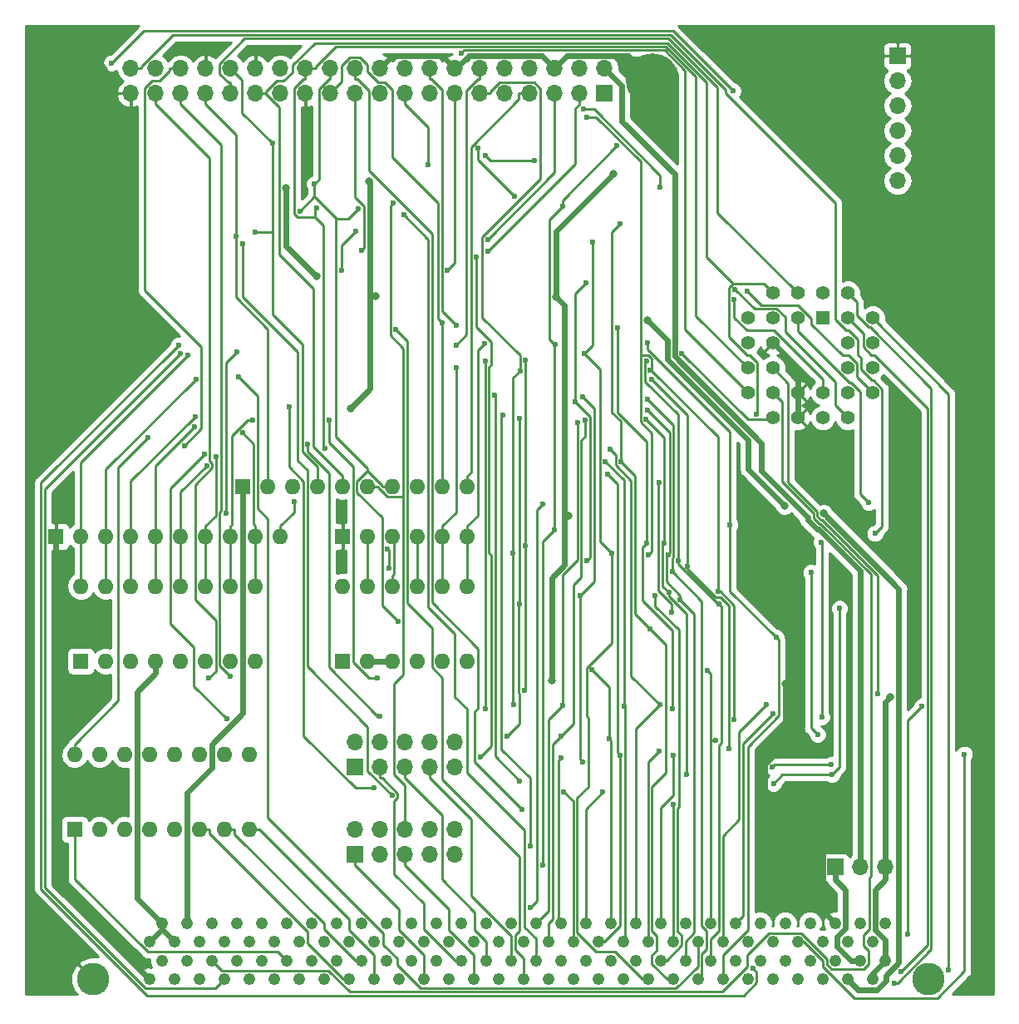
<source format=gbr>
G04 #@! TF.GenerationSoftware,KiCad,Pcbnew,(5.0.2)-1*
G04 #@! TF.CreationDate,2019-01-03T08:46:51-07:00*
G04 #@! TF.ProjectId,Pi Board,50692042-6f61-4726-942e-6b696361645f,rev?*
G04 #@! TF.SameCoordinates,Original*
G04 #@! TF.FileFunction,Copper,L2,Bot*
G04 #@! TF.FilePolarity,Positive*
%FSLAX46Y46*%
G04 Gerber Fmt 4.6, Leading zero omitted, Abs format (unit mm)*
G04 Created by KiCad (PCBNEW (5.0.2)-1) date 1/3/2019 8:46:51 AM*
%MOMM*%
%LPD*%
G01*
G04 APERTURE LIST*
G04 #@! TA.AperFunction,ComponentPad*
%ADD10R,1.700000X1.700000*%
G04 #@! TD*
G04 #@! TA.AperFunction,ComponentPad*
%ADD11O,1.700000X1.700000*%
G04 #@! TD*
G04 #@! TA.AperFunction,ComponentPad*
%ADD12O,1.600000X1.600000*%
G04 #@! TD*
G04 #@! TA.AperFunction,ComponentPad*
%ADD13R,1.600000X1.600000*%
G04 #@! TD*
G04 #@! TA.AperFunction,ComponentPad*
%ADD14C,5.400000*%
G04 #@! TD*
G04 #@! TA.AperFunction,ComponentPad*
%ADD15C,0.800000*%
G04 #@! TD*
G04 #@! TA.AperFunction,ComponentPad*
%ADD16C,1.219200*%
G04 #@! TD*
G04 #@! TA.AperFunction,ComponentPad*
%ADD17C,3.314700*%
G04 #@! TD*
G04 #@! TA.AperFunction,ComponentPad*
%ADD18C,1.397000*%
G04 #@! TD*
G04 #@! TA.AperFunction,ComponentPad*
%ADD19R,1.397000X1.397000*%
G04 #@! TD*
G04 #@! TA.AperFunction,ViaPad*
%ADD20C,0.800000*%
G04 #@! TD*
G04 #@! TA.AperFunction,ViaPad*
%ADD21C,0.600000*%
G04 #@! TD*
G04 #@! TA.AperFunction,Conductor*
%ADD22C,0.600000*%
G04 #@! TD*
G04 #@! TA.AperFunction,Conductor*
%ADD23C,0.250000*%
G04 #@! TD*
G04 #@! TA.AperFunction,Conductor*
%ADD24C,0.254000*%
G04 #@! TD*
G04 APERTURE END LIST*
D10*
G04 #@! TO.P,J6,1*
G04 #@! TO.N,Net-(J6-Pad1)*
X163195000Y-40640000D03*
D11*
G04 #@! TO.P,J6,2*
G04 #@! TO.N,/PIPWR*
X163195000Y-38100000D03*
G04 #@! TO.P,J6,3*
G04 #@! TO.N,Net-(J6-Pad3)*
X160655000Y-40640000D03*
G04 #@! TO.P,J6,4*
G04 #@! TO.N,/PIPWR*
X160655000Y-38100000D03*
G04 #@! TO.P,J6,5*
G04 #@! TO.N,Net-(J6-Pad5)*
X158115000Y-40640000D03*
G04 #@! TO.P,J6,6*
G04 #@! TO.N,GND*
X158115000Y-38100000D03*
G04 #@! TO.P,J6,7*
G04 #@! TO.N,/~WR*
X155575000Y-40640000D03*
G04 #@! TO.P,J6,8*
G04 #@! TO.N,Net-(J5-Pad5)*
X155575000Y-38100000D03*
G04 #@! TO.P,J6,9*
G04 #@! TO.N,GND*
X153035000Y-40640000D03*
G04 #@! TO.P,J6,10*
G04 #@! TO.N,Net-(J5-Pad4)*
X153035000Y-38100000D03*
G04 #@! TO.P,J6,11*
G04 #@! TO.N,/AD1*
X150495000Y-40640000D03*
G04 #@! TO.P,J6,12*
G04 #@! TO.N,/AD2*
X150495000Y-38100000D03*
G04 #@! TO.P,J6,13*
G04 #@! TO.N,/pPI_REQ*
X147955000Y-40640000D03*
G04 #@! TO.P,J6,14*
G04 #@! TO.N,GND*
X147955000Y-38100000D03*
G04 #@! TO.P,J6,15*
G04 #@! TO.N,/AD6*
X145415000Y-40640000D03*
G04 #@! TO.P,J6,16*
G04 #@! TO.N,/AD7*
X145415000Y-38100000D03*
G04 #@! TO.P,J6,17*
G04 #@! TO.N,Net-(C6-Pad1)*
X142875000Y-40640000D03*
G04 #@! TO.P,J6,18*
G04 #@! TO.N,/ALE_X*
X142875000Y-38100000D03*
G04 #@! TO.P,J6,19*
G04 #@! TO.N,/CON_W*
X140335000Y-40640000D03*
G04 #@! TO.P,J6,20*
G04 #@! TO.N,GND*
X140335000Y-38100000D03*
G04 #@! TO.P,J6,21*
G04 #@! TO.N,/~pCON_SO*
X137795000Y-40640000D03*
G04 #@! TO.P,J6,22*
G04 #@! TO.N,/ALE_H*
X137795000Y-38100000D03*
G04 #@! TO.P,J6,23*
G04 #@! TO.N,/~CON_R*
X135255000Y-40640000D03*
G04 #@! TO.P,J6,24*
G04 #@! TO.N,/~HAK*
X135255000Y-38100000D03*
G04 #@! TO.P,J6,25*
G04 #@! TO.N,GND*
X132715000Y-40640000D03*
G04 #@! TO.P,J6,26*
G04 #@! TO.N,/~HRQ*
X132715000Y-38100000D03*
G04 #@! TO.P,J6,27*
G04 #@! TO.N,Net-(J6-Pad27)*
X130175000Y-40640000D03*
G04 #@! TO.P,J6,28*
G04 #@! TO.N,Net-(J6-Pad28)*
X130175000Y-38100000D03*
G04 #@! TO.P,J6,29*
G04 #@! TO.N,/~RD*
X127635000Y-40640000D03*
G04 #@! TO.P,J6,30*
G04 #@! TO.N,GND*
X127635000Y-38100000D03*
G04 #@! TO.P,J6,31*
G04 #@! TO.N,/IO~M*
X125095000Y-40640000D03*
G04 #@! TO.P,J6,32*
G04 #@! TO.N,/~pINT*
X125095000Y-38100000D03*
G04 #@! TO.P,J6,33*
G04 #@! TO.N,/~pRFSH*
X122555000Y-40640000D03*
G04 #@! TO.P,J6,34*
G04 #@! TO.N,GND*
X122555000Y-38100000D03*
G04 #@! TO.P,J6,35*
G04 #@! TO.N,/AD3*
X120015000Y-40640000D03*
G04 #@! TO.P,J6,36*
G04 #@! TO.N,/AD0*
X120015000Y-38100000D03*
G04 #@! TO.P,J6,37*
G04 #@! TO.N,/ALE_L*
X117475000Y-40640000D03*
G04 #@! TO.P,J6,38*
G04 #@! TO.N,/AD4*
X117475000Y-38100000D03*
G04 #@! TO.P,J6,39*
G04 #@! TO.N,GND*
X114935000Y-40640000D03*
G04 #@! TO.P,J6,40*
G04 #@! TO.N,/AD5*
X114935000Y-38100000D03*
G04 #@! TD*
G04 #@! TO.P,J4,10*
G04 #@! TO.N,/PU1*
X147955000Y-115570000D03*
G04 #@! TO.P,J4,9*
G04 #@! TO.N,/~HLDA*
X147955000Y-118110000D03*
G04 #@! TO.P,J4,8*
G04 #@! TO.N,/PU1*
X145415000Y-115570000D03*
G04 #@! TO.P,J4,7*
G04 #@! TO.N,/~DAK0*
X145415000Y-118110000D03*
G04 #@! TO.P,J4,6*
G04 #@! TO.N,/PU1*
X142875000Y-115570000D03*
G04 #@! TO.P,J4,5*
G04 #@! TO.N,/~DAK1*
X142875000Y-118110000D03*
G04 #@! TO.P,J4,4*
G04 #@! TO.N,/PU1*
X140335000Y-115570000D03*
G04 #@! TO.P,J4,3*
G04 #@! TO.N,/~DAK2*
X140335000Y-118110000D03*
G04 #@! TO.P,J4,2*
G04 #@! TO.N,/PU1*
X137795000Y-115570000D03*
D10*
G04 #@! TO.P,J4,1*
G04 #@! TO.N,/~DAK3*
X137795000Y-118110000D03*
G04 #@! TD*
D12*
G04 #@! TO.P,SW1,12*
G04 #@! TO.N,/PD1*
X136525000Y-90805000D03*
G04 #@! TO.P,SW1,6*
G04 #@! TO.N,+5V*
X149225000Y-98425000D03*
G04 #@! TO.P,SW1,11*
G04 #@! TO.N,Net-(RN1-Pad2)*
X139065000Y-90805000D03*
G04 #@! TO.P,SW1,5*
G04 #@! TO.N,+5V*
X146685000Y-98425000D03*
G04 #@! TO.P,SW1,10*
G04 #@! TO.N,Net-(RN1-Pad3)*
X141605000Y-90805000D03*
G04 #@! TO.P,SW1,4*
G04 #@! TO.N,+5V*
X144145000Y-98425000D03*
G04 #@! TO.P,SW1,9*
G04 #@! TO.N,Net-(RN1-Pad4)*
X144145000Y-90805000D03*
G04 #@! TO.P,SW1,3*
G04 #@! TO.N,+5V*
X141605000Y-98425000D03*
G04 #@! TO.P,SW1,8*
G04 #@! TO.N,Net-(RN1-Pad5)*
X146685000Y-90805000D03*
G04 #@! TO.P,SW1,2*
G04 #@! TO.N,+5V*
X139065000Y-98425000D03*
G04 #@! TO.P,SW1,7*
G04 #@! TO.N,Net-(RN1-Pad6)*
X149225000Y-90805000D03*
D13*
G04 #@! TO.P,SW1,1*
G04 #@! TO.N,+5V*
X136525000Y-98425000D03*
G04 #@! TD*
D12*
G04 #@! TO.P,SW2,16*
G04 #@! TO.N,Net-(RN3-Pad2)*
X109855000Y-90805000D03*
G04 #@! TO.P,SW2,8*
G04 #@! TO.N,+5V*
X127635000Y-98425000D03*
G04 #@! TO.P,SW2,15*
G04 #@! TO.N,Net-(RN3-Pad3)*
X112395000Y-90805000D03*
G04 #@! TO.P,SW2,7*
G04 #@! TO.N,+5V*
X125095000Y-98425000D03*
G04 #@! TO.P,SW2,14*
G04 #@! TO.N,Net-(RN3-Pad4)*
X114935000Y-90805000D03*
G04 #@! TO.P,SW2,6*
G04 #@! TO.N,+5V*
X122555000Y-98425000D03*
G04 #@! TO.P,SW2,13*
G04 #@! TO.N,Net-(RN3-Pad5)*
X117475000Y-90805000D03*
G04 #@! TO.P,SW2,5*
G04 #@! TO.N,+5V*
X120015000Y-98425000D03*
G04 #@! TO.P,SW2,12*
G04 #@! TO.N,Net-(RN3-Pad6)*
X120015000Y-90805000D03*
G04 #@! TO.P,SW2,4*
G04 #@! TO.N,+5V*
X117475000Y-98425000D03*
G04 #@! TO.P,SW2,11*
G04 #@! TO.N,Net-(RN3-Pad7)*
X122555000Y-90805000D03*
G04 #@! TO.P,SW2,3*
G04 #@! TO.N,+5V*
X114935000Y-98425000D03*
G04 #@! TO.P,SW2,10*
G04 #@! TO.N,Net-(RN3-Pad8)*
X125095000Y-90805000D03*
G04 #@! TO.P,SW2,2*
G04 #@! TO.N,+5V*
X112395000Y-98425000D03*
G04 #@! TO.P,SW2,9*
G04 #@! TO.N,Net-(RN3-Pad9)*
X127635000Y-90805000D03*
D13*
G04 #@! TO.P,SW2,1*
G04 #@! TO.N,+5V*
X109855000Y-98425000D03*
G04 #@! TD*
D12*
G04 #@! TO.P,J2,16*
G04 #@! TO.N,Net-(J2-Pad16)*
X109220000Y-107950000D03*
G04 #@! TO.P,J2,8*
G04 #@! TO.N,/~IRQ7*
X127000000Y-115570000D03*
G04 #@! TO.P,J2,15*
G04 #@! TO.N,Net-(J2-Pad15)*
X111760000Y-107950000D03*
G04 #@! TO.P,J2,7*
G04 #@! TO.N,/~IRQ6*
X124460000Y-115570000D03*
G04 #@! TO.P,J2,14*
G04 #@! TO.N,Net-(J2-Pad14)*
X114300000Y-107950000D03*
G04 #@! TO.P,J2,6*
G04 #@! TO.N,/~IRQ5*
X121920000Y-115570000D03*
G04 #@! TO.P,J2,13*
G04 #@! TO.N,Net-(J2-Pad13)*
X116840000Y-107950000D03*
G04 #@! TO.P,J2,5*
G04 #@! TO.N,/~IRQ4*
X119380000Y-115570000D03*
G04 #@! TO.P,J2,12*
G04 #@! TO.N,Net-(J2-Pad12)*
X119380000Y-107950000D03*
G04 #@! TO.P,J2,4*
G04 #@! TO.N,/~IRQ3*
X116840000Y-115570000D03*
G04 #@! TO.P,J2,11*
G04 #@! TO.N,Net-(J2-Pad11)*
X121920000Y-107950000D03*
G04 #@! TO.P,J2,3*
G04 #@! TO.N,/~IRQ2*
X114300000Y-115570000D03*
G04 #@! TO.P,J2,10*
G04 #@! TO.N,Net-(J2-Pad10)*
X124460000Y-107950000D03*
G04 #@! TO.P,J2,2*
G04 #@! TO.N,/~IRQ1*
X111760000Y-115570000D03*
G04 #@! TO.P,J2,9*
G04 #@! TO.N,Net-(J2-Pad9)*
X127000000Y-107950000D03*
D13*
G04 #@! TO.P,J2,1*
G04 #@! TO.N,/~IRQ0*
X109220000Y-115570000D03*
G04 #@! TD*
D14*
G04 #@! TO.P,J8,1*
G04 #@! TO.N,GND*
X110099000Y-39293800D03*
D15*
X110099000Y-37268800D03*
X111530891Y-37861909D03*
X112124000Y-39293800D03*
X111530891Y-40725691D03*
X110099000Y-41318800D03*
X108667109Y-40725691D03*
X108074000Y-39293800D03*
X108667109Y-37861909D03*
G04 #@! TD*
G04 #@! TO.P,J9,1*
G04 #@! TO.N,GND*
X166667109Y-37861909D03*
X166074000Y-39293800D03*
X166667109Y-40725691D03*
X168099000Y-41318800D03*
X169530891Y-40725691D03*
X170124000Y-39293800D03*
X169530891Y-37861909D03*
X168099000Y-37268800D03*
D14*
X168099000Y-39293800D03*
G04 #@! TD*
D11*
G04 #@! TO.P,J5,6*
G04 #@! TO.N,Net-(J5-Pad6)*
X193040000Y-49530000D03*
G04 #@! TO.P,J5,5*
G04 #@! TO.N,Net-(J5-Pad5)*
X193040000Y-46990000D03*
G04 #@! TO.P,J5,4*
G04 #@! TO.N,Net-(J5-Pad4)*
X193040000Y-44450000D03*
G04 #@! TO.P,J5,3*
G04 #@! TO.N,Net-(J5-Pad3)*
X193040000Y-41910000D03*
G04 #@! TO.P,J5,2*
G04 #@! TO.N,Net-(J5-Pad2)*
X193040000Y-39370000D03*
D10*
G04 #@! TO.P,J5,1*
G04 #@! TO.N,GND*
X193040000Y-36830000D03*
G04 #@! TD*
D11*
G04 #@! TO.P,J7,3*
G04 #@! TO.N,+5V*
X191770000Y-119380000D03*
G04 #@! TO.P,J7,2*
G04 #@! TO.N,/PIPWR*
X189230000Y-119380000D03*
D10*
G04 #@! TO.P,J7,1*
G04 #@! TO.N,/+5VSB*
X186690000Y-119380000D03*
G04 #@! TD*
D11*
G04 #@! TO.P,J3,10*
G04 #@! TO.N,Net-(J3-Pad10)*
X147955000Y-106680000D03*
G04 #@! TO.P,J3,9*
G04 #@! TO.N,/~HOLD*
X147955000Y-109220000D03*
G04 #@! TO.P,J3,8*
G04 #@! TO.N,Net-(J3-Pad10)*
X145415000Y-106680000D03*
G04 #@! TO.P,J3,7*
G04 #@! TO.N,/~DRQ0*
X145415000Y-109220000D03*
G04 #@! TO.P,J3,6*
G04 #@! TO.N,Net-(J3-Pad10)*
X142875000Y-106680000D03*
G04 #@! TO.P,J3,5*
G04 #@! TO.N,/~DRQ1*
X142875000Y-109220000D03*
G04 #@! TO.P,J3,4*
G04 #@! TO.N,Net-(J3-Pad10)*
X140335000Y-106680000D03*
G04 #@! TO.P,J3,3*
G04 #@! TO.N,/~DRQ2*
X140335000Y-109220000D03*
G04 #@! TO.P,J3,2*
G04 #@! TO.N,Net-(J3-Pad10)*
X137795000Y-106680000D03*
D10*
G04 #@! TO.P,J3,1*
G04 #@! TO.N,/~DRQ3*
X137795000Y-109220000D03*
G04 #@! TD*
D13*
G04 #@! TO.P,RN2,1*
G04 #@! TO.N,+3V3*
X126365000Y-80645000D03*
D12*
G04 #@! TO.P,RN2,2*
G04 #@! TO.N,/~pRFSH*
X128905000Y-80645000D03*
G04 #@! TO.P,RN2,3*
G04 #@! TO.N,/~HRQ*
X131445000Y-80645000D03*
G04 #@! TO.P,RN2,4*
G04 #@! TO.N,/~pINT*
X133985000Y-80645000D03*
G04 #@! TO.P,RN2,5*
G04 #@! TO.N,/~RD*
X136525000Y-80645000D03*
G04 #@! TO.P,RN2,6*
G04 #@! TO.N,/PU1*
X139065000Y-80645000D03*
G04 #@! TO.P,RN2,7*
G04 #@! TO.N,/~HAK*
X141605000Y-80645000D03*
G04 #@! TO.P,RN2,8*
G04 #@! TO.N,Net-(RN2-Pad8)*
X144145000Y-80645000D03*
G04 #@! TO.P,RN2,9*
G04 #@! TO.N,/~CON_R*
X146685000Y-80645000D03*
G04 #@! TO.P,RN2,10*
G04 #@! TO.N,/~WR*
X149225000Y-80645000D03*
G04 #@! TD*
G04 #@! TO.P,RN3,10*
G04 #@! TO.N,/PD1*
X130175000Y-85725000D03*
G04 #@! TO.P,RN3,9*
G04 #@! TO.N,Net-(RN3-Pad9)*
X127635000Y-85725000D03*
G04 #@! TO.P,RN3,8*
G04 #@! TO.N,Net-(RN3-Pad8)*
X125095000Y-85725000D03*
G04 #@! TO.P,RN3,7*
G04 #@! TO.N,Net-(RN3-Pad7)*
X122555000Y-85725000D03*
G04 #@! TO.P,RN3,6*
G04 #@! TO.N,Net-(RN3-Pad6)*
X120015000Y-85725000D03*
G04 #@! TO.P,RN3,5*
G04 #@! TO.N,Net-(RN3-Pad5)*
X117475000Y-85725000D03*
G04 #@! TO.P,RN3,4*
G04 #@! TO.N,Net-(RN3-Pad4)*
X114935000Y-85725000D03*
G04 #@! TO.P,RN3,3*
G04 #@! TO.N,Net-(RN3-Pad3)*
X112395000Y-85725000D03*
G04 #@! TO.P,RN3,2*
G04 #@! TO.N,Net-(RN3-Pad2)*
X109855000Y-85725000D03*
D13*
G04 #@! TO.P,RN3,1*
G04 #@! TO.N,GND*
X107315000Y-85725000D03*
G04 #@! TD*
D12*
G04 #@! TO.P,RN1,6*
G04 #@! TO.N,Net-(RN1-Pad6)*
X149225000Y-85725000D03*
G04 #@! TO.P,RN1,5*
G04 #@! TO.N,Net-(RN1-Pad5)*
X146685000Y-85725000D03*
G04 #@! TO.P,RN1,4*
G04 #@! TO.N,Net-(RN1-Pad4)*
X144145000Y-85725000D03*
G04 #@! TO.P,RN1,3*
G04 #@! TO.N,Net-(RN1-Pad3)*
X141605000Y-85725000D03*
G04 #@! TO.P,RN1,2*
G04 #@! TO.N,Net-(RN1-Pad2)*
X139065000Y-85725000D03*
D13*
G04 #@! TO.P,RN1,1*
G04 #@! TO.N,GND*
X136525000Y-85725000D03*
G04 #@! TD*
D16*
G04 #@! TO.P,J1,1*
G04 #@! TO.N,GND*
X191770000Y-125095000D03*
G04 #@! TO.P,J1,2*
X190500000Y-127000000D03*
G04 #@! TO.P,J1,3*
X189230000Y-125095000D03*
G04 #@! TO.P,J1,4*
X187960000Y-127000000D03*
G04 #@! TO.P,J1,5*
X186690000Y-125095000D03*
G04 #@! TO.P,J1,6*
G04 #@! TO.N,/A23*
X185420000Y-127000000D03*
G04 #@! TO.P,J1,7*
G04 #@! TO.N,/A22*
X184150000Y-125095000D03*
G04 #@! TO.P,J1,8*
G04 #@! TO.N,/A21*
X182880000Y-127000000D03*
G04 #@! TO.P,J1,9*
G04 #@! TO.N,/A20*
X181610000Y-125095000D03*
G04 #@! TO.P,J1,10*
G04 #@! TO.N,/A19*
X180340000Y-127000000D03*
G04 #@! TO.P,J1,11*
G04 #@! TO.N,/A18*
X179070000Y-125095000D03*
G04 #@! TO.P,J1,12*
G04 #@! TO.N,/A17*
X177800000Y-127000000D03*
G04 #@! TO.P,J1,13*
G04 #@! TO.N,/A16*
X176530000Y-125095000D03*
G04 #@! TO.P,J1,14*
G04 #@! TO.N,/A15*
X175260000Y-127000000D03*
G04 #@! TO.P,J1,15*
G04 #@! TO.N,/A14*
X173990000Y-125095000D03*
G04 #@! TO.P,J1,16*
G04 #@! TO.N,/A13*
X172720000Y-127000000D03*
G04 #@! TO.P,J1,17*
G04 #@! TO.N,/A12*
X171450000Y-125095000D03*
G04 #@! TO.P,J1,18*
G04 #@! TO.N,/A11*
X170180000Y-127000000D03*
G04 #@! TO.P,J1,19*
G04 #@! TO.N,/A10*
X168910000Y-125095000D03*
G04 #@! TO.P,J1,20*
G04 #@! TO.N,/A9*
X167640000Y-127000000D03*
G04 #@! TO.P,J1,21*
G04 #@! TO.N,/A8*
X166370000Y-125095000D03*
G04 #@! TO.P,J1,22*
G04 #@! TO.N,/A7*
X165100000Y-127000000D03*
G04 #@! TO.P,J1,23*
G04 #@! TO.N,/A6*
X163830000Y-125095000D03*
G04 #@! TO.P,J1,24*
G04 #@! TO.N,/A5*
X162560000Y-127000000D03*
G04 #@! TO.P,J1,25*
G04 #@! TO.N,/A4*
X161290000Y-125095000D03*
G04 #@! TO.P,J1,26*
G04 #@! TO.N,/A3*
X160020000Y-127000000D03*
G04 #@! TO.P,J1,27*
G04 #@! TO.N,/A2*
X158750000Y-125095000D03*
G04 #@! TO.P,J1,28*
G04 #@! TO.N,/A1*
X157480000Y-127000000D03*
G04 #@! TO.P,J1,29*
G04 #@! TO.N,/A0*
X156210000Y-125095000D03*
G04 #@! TO.P,J1,30*
G04 #@! TO.N,/~IOR*
X154940000Y-127000000D03*
G04 #@! TO.P,J1,31*
G04 #@! TO.N,/~IOW*
X153670000Y-125095000D03*
G04 #@! TO.P,J1,32*
G04 #@! TO.N,/~MEMR*
X152400000Y-127000000D03*
G04 #@! TO.P,J1,33*
G04 #@! TO.N,/~MEMW*
X151130000Y-125095000D03*
G04 #@! TO.P,J1,34*
G04 #@! TO.N,Net-(J1-Pad34)*
X149860000Y-127000000D03*
G04 #@! TO.P,J1,35*
G04 #@! TO.N,Net-(J1-Pad35)*
X148590000Y-125095000D03*
G04 #@! TO.P,J1,36*
G04 #@! TO.N,Net-(J1-Pad36)*
X147320000Y-127000000D03*
G04 #@! TO.P,J1,37*
G04 #@! TO.N,Net-(J1-Pad37)*
X146050000Y-125095000D03*
G04 #@! TO.P,J1,38*
G04 #@! TO.N,Net-(J1-Pad38)*
X144780000Y-127000000D03*
G04 #@! TO.P,J1,39*
G04 #@! TO.N,Net-(J1-Pad39)*
X143510000Y-125095000D03*
G04 #@! TO.P,J1,40*
G04 #@! TO.N,Net-(J1-Pad40)*
X142240000Y-127000000D03*
G04 #@! TO.P,J1,41*
G04 #@! TO.N,Net-(J1-Pad41)*
X140970000Y-125095000D03*
G04 #@! TO.P,J1,42*
G04 #@! TO.N,Net-(J1-Pad42)*
X139700000Y-127000000D03*
G04 #@! TO.P,J1,43*
G04 #@! TO.N,Net-(J1-Pad43)*
X138430000Y-125095000D03*
G04 #@! TO.P,J1,44*
G04 #@! TO.N,Net-(J1-Pad44)*
X137160000Y-127000000D03*
G04 #@! TO.P,J1,45*
G04 #@! TO.N,Net-(J1-Pad45)*
X135890000Y-125095000D03*
G04 #@! TO.P,J1,46*
G04 #@! TO.N,Net-(J1-Pad46)*
X134620000Y-127000000D03*
G04 #@! TO.P,J1,47*
G04 #@! TO.N,Net-(J1-Pad47)*
X133350000Y-125095000D03*
G04 #@! TO.P,J1,48*
G04 #@! TO.N,Net-(J1-Pad48)*
X132080000Y-127000000D03*
G04 #@! TO.P,J1,49*
G04 #@! TO.N,Net-(J1-Pad49)*
X130810000Y-125095000D03*
G04 #@! TO.P,J1,50*
G04 #@! TO.N,Net-(J1-Pad50)*
X129540000Y-127000000D03*
G04 #@! TO.P,J1,51*
G04 #@! TO.N,Net-(J1-Pad51)*
X128270000Y-125095000D03*
G04 #@! TO.P,J1,52*
G04 #@! TO.N,Net-(J1-Pad52)*
X127000000Y-127000000D03*
G04 #@! TO.P,J1,53*
G04 #@! TO.N,Net-(J1-Pad53)*
X125730000Y-125095000D03*
G04 #@! TO.P,J1,54*
G04 #@! TO.N,Net-(J1-Pad54)*
X124460000Y-127000000D03*
G04 #@! TO.P,J1,55*
G04 #@! TO.N,Net-(J1-Pad55)*
X123190000Y-125095000D03*
G04 #@! TO.P,J1,56*
G04 #@! TO.N,Net-(J1-Pad56)*
X121920000Y-127000000D03*
G04 #@! TO.P,J1,57*
G04 #@! TO.N,+3V3*
X120650000Y-125095000D03*
G04 #@! TO.P,J1,58*
G04 #@! TO.N,+5V*
X119380000Y-127000000D03*
G04 #@! TO.P,J1,59*
X118110000Y-125095000D03*
G04 #@! TO.P,J1,60*
X116840000Y-127000000D03*
G04 #@! TO.P,J1,61*
X191770000Y-128905000D03*
G04 #@! TO.P,J1,62*
X190500000Y-130810000D03*
G04 #@! TO.P,J1,63*
G04 #@! TO.N,/+5VSB*
X189230000Y-128905000D03*
G04 #@! TO.P,J1,64*
G04 #@! TO.N,+3V3*
X187960000Y-130810000D03*
G04 #@! TO.P,J1,65*
G04 #@! TO.N,Net-(J1-Pad65)*
X186690000Y-128905000D03*
G04 #@! TO.P,J1,66*
G04 #@! TO.N,Net-(J1-Pad66)*
X185420000Y-130810000D03*
G04 #@! TO.P,J1,67*
G04 #@! TO.N,Net-(J1-Pad67)*
X184150000Y-128905000D03*
G04 #@! TO.P,J1,68*
G04 #@! TO.N,Net-(J1-Pad68)*
X182880000Y-130810000D03*
G04 #@! TO.P,J1,69*
G04 #@! TO.N,Net-(J1-Pad69)*
X181610000Y-128905000D03*
G04 #@! TO.P,J1,70*
G04 #@! TO.N,Net-(J1-Pad70)*
X180340000Y-130810000D03*
G04 #@! TO.P,J1,71*
G04 #@! TO.N,Net-(J1-Pad71)*
X179070000Y-128905000D03*
G04 #@! TO.P,J1,72*
G04 #@! TO.N,Net-(J1-Pad72)*
X177800000Y-130810000D03*
G04 #@! TO.P,J1,73*
G04 #@! TO.N,Net-(J1-Pad73)*
X176530000Y-128905000D03*
G04 #@! TO.P,J1,74*
G04 #@! TO.N,/D7*
X175260000Y-130810000D03*
G04 #@! TO.P,J1,75*
G04 #@! TO.N,/D6*
X173990000Y-128905000D03*
G04 #@! TO.P,J1,76*
G04 #@! TO.N,/D5*
X172720000Y-130810000D03*
G04 #@! TO.P,J1,77*
G04 #@! TO.N,/D4*
X171450000Y-128905000D03*
G04 #@! TO.P,J1,78*
G04 #@! TO.N,/D3*
X170180000Y-130810000D03*
G04 #@! TO.P,J1,79*
G04 #@! TO.N,/D2*
X168910000Y-128905000D03*
G04 #@! TO.P,J1,80*
G04 #@! TO.N,/D1*
X167640000Y-130810000D03*
G04 #@! TO.P,J1,81*
G04 #@! TO.N,/D0*
X166370000Y-128905000D03*
G04 #@! TO.P,J1,82*
G04 #@! TO.N,/~HOLD*
X165100000Y-130810000D03*
G04 #@! TO.P,J1,83*
G04 #@! TO.N,/~HLDA*
X163830000Y-128905000D03*
G04 #@! TO.P,J1,84*
G04 #@! TO.N,Net-(J1-Pad84)*
X162560000Y-130810000D03*
G04 #@! TO.P,J1,85*
G04 #@! TO.N,/~RFSH*
X161290000Y-128905000D03*
G04 #@! TO.P,J1,86*
G04 #@! TO.N,Net-(J1-Pad86)*
X160020000Y-130810000D03*
G04 #@! TO.P,J1,87*
G04 #@! TO.N,Net-(J1-Pad87)*
X158750000Y-128905000D03*
G04 #@! TO.P,J1,88*
G04 #@! TO.N,Net-(J1-Pad88)*
X157480000Y-130810000D03*
G04 #@! TO.P,J1,89*
G04 #@! TO.N,/~MASTER*
X156210000Y-128905000D03*
G04 #@! TO.P,J1,90*
G04 #@! TO.N,/~AEN*
X154940000Y-130810000D03*
G04 #@! TO.P,J1,91*
G04 #@! TO.N,/~DRQ0*
X153670000Y-128905000D03*
G04 #@! TO.P,J1,92*
G04 #@! TO.N,/~DAK0*
X152400000Y-130810000D03*
G04 #@! TO.P,J1,93*
G04 #@! TO.N,/~DRQ1*
X151130000Y-128905000D03*
G04 #@! TO.P,J1,94*
G04 #@! TO.N,/~DAK1*
X149860000Y-130810000D03*
G04 #@! TO.P,J1,95*
G04 #@! TO.N,/~DRQ2*
X148590000Y-128905000D03*
G04 #@! TO.P,J1,96*
G04 #@! TO.N,/~DAK2*
X147320000Y-130810000D03*
G04 #@! TO.P,J1,97*
G04 #@! TO.N,/~DRQ3*
X146050000Y-128905000D03*
G04 #@! TO.P,J1,98*
G04 #@! TO.N,/~DAK3*
X144780000Y-130810000D03*
G04 #@! TO.P,J1,99*
G04 #@! TO.N,Net-(J1-Pad99)*
X143510000Y-128905000D03*
G04 #@! TO.P,J1,100*
G04 #@! TO.N,Net-(J1-Pad100)*
X142240000Y-130810000D03*
G04 #@! TO.P,J1,101*
G04 #@! TO.N,Net-(J1-Pad101)*
X140970000Y-128905000D03*
G04 #@! TO.P,J1,102*
G04 #@! TO.N,/~IRQ7*
X139700000Y-130810000D03*
G04 #@! TO.P,J1,103*
G04 #@! TO.N,/~IRQ6*
X138430000Y-128905000D03*
G04 #@! TO.P,J1,104*
G04 #@! TO.N,/~IRQ5*
X137160000Y-130810000D03*
G04 #@! TO.P,J1,105*
G04 #@! TO.N,/~IRQ4*
X135890000Y-128905000D03*
G04 #@! TO.P,J1,106*
G04 #@! TO.N,/~IRQ3*
X134620000Y-130810000D03*
G04 #@! TO.P,J1,107*
G04 #@! TO.N,/~IRQ2*
X133350000Y-128905000D03*
G04 #@! TO.P,J1,108*
G04 #@! TO.N,/~IRQ1*
X132080000Y-130810000D03*
G04 #@! TO.P,J1,109*
G04 #@! TO.N,/~IRQ0*
X130810000Y-128905000D03*
G04 #@! TO.P,J1,110*
G04 #@! TO.N,Net-(J1-Pad110)*
X129540000Y-130810000D03*
G04 #@! TO.P,J1,111*
G04 #@! TO.N,Net-(J1-Pad111)*
X128270000Y-128905000D03*
G04 #@! TO.P,J1,112*
G04 #@! TO.N,Net-(J1-Pad112)*
X127000000Y-130810000D03*
G04 #@! TO.P,J1,113*
G04 #@! TO.N,/SDA*
X125730000Y-128905000D03*
G04 #@! TO.P,J1,114*
G04 #@! TO.N,/SCL*
X124460000Y-130810000D03*
G04 #@! TO.P,J1,115*
G04 #@! TO.N,/~RESET*
X123190000Y-128905000D03*
G04 #@! TO.P,J1,116*
G04 #@! TO.N,GND*
X121920000Y-130810000D03*
G04 #@! TO.P,J1,117*
X120650000Y-128905000D03*
G04 #@! TO.P,J1,118*
X119380000Y-130810000D03*
G04 #@! TO.P,J1,119*
X118110000Y-128905000D03*
G04 #@! TO.P,J1,120*
X116840000Y-130810000D03*
D17*
G04 #@! TO.P,J1,121*
G04 #@! TO.N,Net-(J1-Pad121)*
X196215000Y-130810000D03*
G04 #@! TO.P,J1,122*
G04 #@! TO.N,GND*
X111125000Y-130810000D03*
G04 #@! TD*
D18*
G04 #@! TO.P,U14,28*
G04 #@! TO.N,+5V*
X185420000Y-60960000D03*
G04 #@! TO.P,U14,27*
G04 #@! TO.N,/~IOR*
X187960000Y-63500000D03*
G04 #@! TO.P,U14,26*
G04 #@! TO.N,/~IOW*
X187960000Y-60960000D03*
G04 #@! TO.P,U14,25*
G04 #@! TO.N,/~MEMR*
X190500000Y-63500000D03*
G04 #@! TO.P,U14,24*
G04 #@! TO.N,/~MEMW*
X187960000Y-66040000D03*
G04 #@! TO.P,U14,23*
G04 #@! TO.N,/PI_REQ*
X190500000Y-66040000D03*
G04 #@! TO.P,U14,22*
G04 #@! TO.N,GND*
X187960000Y-68580000D03*
G04 #@! TO.P,U14,21*
G04 #@! TO.N,/CON_IOW*
X190500000Y-68580000D03*
G04 #@! TO.P,U14,20*
G04 #@! TO.N,/~CON_IOR*
X187960000Y-71120000D03*
G04 #@! TO.P,U14,19*
G04 #@! TO.N,/~STS_IOR*
X190500000Y-71120000D03*
G04 #@! TO.P,U14,18*
G04 #@! TO.N,/~CON_SO*
X187960000Y-73660000D03*
G04 #@! TO.P,U14,17*
G04 #@! TO.N,/~CON_SI*
X185420000Y-71120000D03*
G04 #@! TO.P,U14,16*
G04 #@! TO.N,Net-(U14-Pad16)*
X185420000Y-73660000D03*
G04 #@! TO.P,U14,15*
G04 #@! TO.N,GND*
X182880000Y-71120000D03*
G04 #@! TO.P,U14,14*
X182880000Y-73660000D03*
G04 #@! TO.P,U14,13*
G04 #@! TO.N,/~RESET*
X180340000Y-71120000D03*
G04 #@! TO.P,U14,12*
G04 #@! TO.N,/~CON_R*
X180340000Y-73660000D03*
G04 #@! TO.P,U14,11*
G04 #@! TO.N,/CON_W*
X177800000Y-71120000D03*
G04 #@! TO.P,U14,10*
G04 #@! TO.N,/~HAK*
X180340000Y-68580000D03*
G04 #@! TO.P,U14,9*
G04 #@! TO.N,/~HRQ*
X177800000Y-68580000D03*
G04 #@! TO.P,U14,8*
G04 #@! TO.N,GND*
X180340000Y-66040000D03*
G04 #@! TO.P,U14,7*
G04 #@! TO.N,/A0*
X177800000Y-66040000D03*
G04 #@! TO.P,U14,6*
G04 #@! TO.N,/A1*
X180340000Y-63500000D03*
G04 #@! TO.P,U14,5*
G04 #@! TO.N,Net-(U12-Pad19)*
X177800000Y-63500000D03*
G04 #@! TO.P,U14,4*
G04 #@! TO.N,/~RD*
X180340000Y-60960000D03*
G04 #@! TO.P,U14,3*
G04 #@! TO.N,/~WR*
X182880000Y-63500000D03*
G04 #@! TO.P,U14,2*
G04 #@! TO.N,/IO~M*
X182880000Y-60960000D03*
D19*
G04 #@! TO.P,U14,1*
G04 #@! TO.N,+5V*
X185420000Y-63500000D03*
G04 #@! TD*
D20*
G04 #@! TO.N,GND*
X185818200Y-114641600D03*
X181602000Y-100701600D03*
X179292100Y-112988900D03*
D21*
G04 #@! TO.N,/AD7*
X170121400Y-103271800D03*
X164548500Y-64519200D03*
X167466700Y-86459500D03*
X148058300Y-64260000D03*
G04 #@! TO.N,/AD6*
X176411700Y-104370000D03*
X174776500Y-91355800D03*
X167866100Y-68850400D03*
X167675000Y-87636200D03*
X161400100Y-43070000D03*
G04 #@! TO.N,/AD5*
X167979800Y-69717000D03*
X190746700Y-85439600D03*
X175899000Y-107320200D03*
X171670400Y-88772000D03*
G04 #@! TO.N,/AD4*
X167416400Y-73825200D03*
X169259200Y-86459500D03*
X171556400Y-109954100D03*
X169753700Y-91465200D03*
X112987300Y-37563100D03*
X176284100Y-40392200D03*
G04 #@! TO.N,/AD3*
X154547000Y-73697200D03*
X125049900Y-99963400D03*
X154568100Y-92618100D03*
X153279100Y-106033800D03*
X180400300Y-110900000D03*
X187120700Y-93068800D03*
X186381100Y-109984400D03*
G04 #@! TO.N,/AD2*
X160986500Y-71555800D03*
X160732200Y-91744600D03*
X148058300Y-66252500D03*
X180256000Y-109193700D03*
X160975900Y-108710000D03*
X186320900Y-108946100D03*
G04 #@! TO.N,/AD1*
X153910900Y-102828500D03*
X154578300Y-68873600D03*
X184221400Y-89427400D03*
X184891900Y-105904800D03*
X153832900Y-87439900D03*
G04 #@! TO.N,/AD0*
X155013900Y-101456000D03*
X155159200Y-67771100D03*
X155100300Y-86640600D03*
X120400500Y-76513300D03*
X185266700Y-86357000D03*
X185357200Y-104108200D03*
G04 #@! TO.N,/~RD*
X178622400Y-73294900D03*
G04 #@! TO.N,/~WR*
X190110700Y-82299600D03*
X161027600Y-42265300D03*
X168844400Y-50170200D03*
D20*
G04 #@! TO.N,+5V*
X158243500Y-61336700D03*
X164088600Y-48840300D03*
X130757100Y-50263000D03*
X133857800Y-59266600D03*
X159563400Y-83633300D03*
X157862900Y-100400200D03*
X192322400Y-102060600D03*
D21*
G04 #@! TO.N,/~IOR*
X193405100Y-130016300D03*
G04 #@! TO.N,/~IOW*
X192690500Y-131183200D03*
G04 #@! TO.N,/~MEMR*
X198246500Y-129825400D03*
G04 #@! TO.N,/~MEMW*
X155625800Y-123494700D03*
X156927900Y-82443400D03*
G04 #@! TO.N,/~STS_IOR*
X177741100Y-60781600D03*
G04 #@! TO.N,/~CON_SO*
X176500500Y-60562600D03*
G04 #@! TO.N,/~CON_SI*
X176408600Y-61658800D03*
X151099300Y-47012000D03*
X156051000Y-47517400D03*
G04 #@! TO.N,/~CON_R*
X146667200Y-63952600D03*
X171060300Y-67113400D03*
G04 #@! TO.N,/CON_W*
X148590600Y-36538900D03*
X170024300Y-93419000D03*
X168729300Y-80258700D03*
G04 #@! TO.N,/~HAK*
X191037100Y-101751500D03*
X138142100Y-52363800D03*
X142153800Y-94402800D03*
X132162500Y-52642100D03*
X133610500Y-49865000D03*
G04 #@! TO.N,/~HRQ*
X134728100Y-76796000D03*
X133838100Y-52292900D03*
G04 #@! TO.N,/A0*
X160427300Y-74122200D03*
X158907100Y-102935700D03*
G04 #@! TO.N,/A1*
X161183200Y-73909700D03*
X158800000Y-106065500D03*
G04 #@! TO.N,/A23*
X195503700Y-103041600D03*
X194095900Y-126194000D03*
G04 #@! TO.N,/A21*
X199866100Y-107898900D03*
G04 #@! TO.N,/A16*
X180361200Y-103786200D03*
G04 #@! TO.N,/A15*
X179684600Y-102870000D03*
X119793200Y-66267300D03*
X178296400Y-129689500D03*
G04 #@! TO.N,/A14*
X174539000Y-106524000D03*
X125763400Y-66948200D03*
X124681200Y-83383500D03*
X173680000Y-99416600D03*
G04 #@! TO.N,/A13*
X125894000Y-69453900D03*
G04 #@! TO.N,/A12*
X122426300Y-77378500D03*
X124711700Y-104326000D03*
G04 #@! TO.N,/A11*
X132978200Y-76330600D03*
X140331000Y-104017500D03*
X170208000Y-112991300D03*
G04 #@! TO.N,/A10*
X131047300Y-72553500D03*
X139730900Y-111361800D03*
X170198800Y-108001600D03*
G04 #@! TO.N,/A9*
X135139000Y-73902800D03*
X140019600Y-100148100D03*
X168771000Y-107569400D03*
G04 #@! TO.N,/A8*
X163798400Y-76892900D03*
X168818000Y-102870000D03*
G04 #@! TO.N,/A7*
X163278900Y-78118400D03*
X165190800Y-102990000D03*
G04 #@! TO.N,/A6*
X141078800Y-86985700D03*
X141219800Y-88967800D03*
X161939100Y-99331100D03*
X163675200Y-106341700D03*
G04 #@! TO.N,/A5*
X163468000Y-79368300D03*
X164740100Y-107982500D03*
G04 #@! TO.N,/A4*
X152851400Y-73364100D03*
X155616300Y-117207200D03*
X163026000Y-111757800D03*
G04 #@! TO.N,/A3*
X159048300Y-111712400D03*
X154569200Y-110609200D03*
X152003500Y-71389600D03*
G04 #@! TO.N,/A2*
X158800000Y-108286100D03*
X151081100Y-67857300D03*
X151062300Y-103289700D03*
D20*
G04 #@! TO.N,+3V3*
X137321000Y-72672400D03*
X185521700Y-83421400D03*
X139852900Y-61298700D03*
X139173700Y-49603200D03*
X167583300Y-63742800D03*
X181532200Y-82601400D03*
D21*
G04 #@! TO.N,/D7*
X167612300Y-66047400D03*
X175992000Y-84552600D03*
X180665800Y-95997600D03*
G04 #@! TO.N,/D6*
X174891600Y-92633900D03*
X167451000Y-67899100D03*
X170676300Y-88194700D03*
G04 #@! TO.N,/D5*
X167589000Y-71762000D03*
X170093900Y-89339500D03*
G04 #@! TO.N,/D4*
X167546200Y-72859700D03*
X169665200Y-87636200D03*
X170906500Y-92180000D03*
G04 #@! TO.N,/D3*
X164768600Y-53929100D03*
X164870200Y-78141500D03*
X167853000Y-95189200D03*
G04 #@! TO.N,/D2*
X168360100Y-91742000D03*
X161307100Y-59899100D03*
X160197100Y-72005700D03*
X161378400Y-88239200D03*
G04 #@! TO.N,/D1*
X161952100Y-55769800D03*
X161103500Y-67117900D03*
X163891500Y-87439900D03*
G04 #@! TO.N,/D0*
X158203600Y-66164800D03*
X156899700Y-119232700D03*
X158057200Y-85060300D03*
X164426700Y-45986700D03*
X158907100Y-52138900D03*
G04 #@! TO.N,/~RFSH*
X126323900Y-55940800D03*
X141575500Y-112108100D03*
G04 #@! TO.N,/~MASTER*
X142731000Y-53002900D03*
G04 #@! TO.N,/~AEN*
X141936700Y-64699400D03*
G04 #@! TO.N,/SDA*
X150141600Y-57282700D03*
X150516200Y-108187200D03*
G04 #@! TO.N,/SCL*
X137883600Y-54652800D03*
X136405600Y-58658400D03*
X120030300Y-67139300D03*
G04 #@! TO.N,Net-(RN1-Pad6)*
X150970400Y-66103200D03*
G04 #@! TO.N,Net-(RN1-Pad5)*
X148058300Y-68581900D03*
G04 #@! TO.N,Net-(RN3-Pad9)*
X126314500Y-75207000D03*
G04 #@! TO.N,Net-(RN3-Pad8)*
X127323600Y-73918000D03*
G04 #@! TO.N,Net-(RN3-Pad7)*
X123608700Y-77638400D03*
G04 #@! TO.N,Net-(RN3-Pad6)*
X122683700Y-78522200D03*
G04 #@! TO.N,Net-(RN3-Pad5)*
X121453800Y-74554900D03*
G04 #@! TO.N,Net-(RN3-Pad4)*
X121477100Y-73571600D03*
G04 #@! TO.N,Net-(RN3-Pad3)*
X121582300Y-69746400D03*
G04 #@! TO.N,/PD1*
X131551200Y-82232100D03*
G04 #@! TO.N,/PU1*
X141676700Y-51793800D03*
G04 #@! TO.N,/~pINT*
X127648400Y-54798600D03*
X154018600Y-51114000D03*
X150290900Y-46196900D03*
X129358200Y-45738100D03*
G04 #@! TO.N,/~pRFSH*
X125631500Y-55218000D03*
G04 #@! TO.N,Net-(J6-Pad3)*
X151353600Y-56670100D03*
G04 #@! TO.N,Net-(J6-Pad5)*
X151292700Y-55530200D03*
G04 #@! TO.N,/pPI_REQ*
X147197500Y-58620800D03*
G04 #@! TO.N,Net-(C6-Pad1)*
X145205600Y-47934900D03*
G04 #@! TO.N,/~pCON_SO*
X138415400Y-56652700D03*
G04 #@! TO.N,/ALE_H*
X154772600Y-113482000D03*
G04 #@! TO.N,/ALE_L*
X122886700Y-100146500D03*
G04 #@! TO.N,Net-(RN3-Pad2)*
X120757700Y-67289000D03*
G04 #@! TO.N,Net-(J2-Pad16)*
X116698400Y-75682900D03*
G04 #@! TD*
D22*
G04 #@! TO.N,GND*
X147955000Y-38100000D02*
X148058000Y-38100000D01*
X148058000Y-38100000D02*
X149335400Y-36822600D01*
X149335400Y-36822600D02*
X156837600Y-36822600D01*
X156837600Y-36822600D02*
X158115000Y-38100000D01*
X179528700Y-112988900D02*
X179292100Y-112988900D01*
X185412600Y-114641600D02*
X183759900Y-112988900D01*
X183759900Y-112988900D02*
X179528700Y-112988900D01*
X181602000Y-100701600D02*
X181602000Y-106819200D01*
X181602000Y-106819200D02*
X179528700Y-108892500D01*
X179528700Y-108892500D02*
X179528700Y-112988900D01*
X180340000Y-66040000D02*
X182880000Y-68580000D01*
X182880000Y-68580000D02*
X182880000Y-71120000D01*
X186690000Y-125095000D02*
X185412600Y-123817600D01*
X185412600Y-123817600D02*
X185412600Y-114641600D01*
X185412600Y-114641600D02*
X185818200Y-114641600D01*
X167209400Y-38158400D02*
X168099000Y-37268800D01*
X166667100Y-38158400D02*
X167209400Y-38158400D01*
X168099000Y-39293800D02*
X167209400Y-38404200D01*
X167209400Y-38404200D02*
X167209400Y-38158400D01*
X166074000Y-39293800D02*
X166074000Y-38751500D01*
X166074000Y-38751500D02*
X166667100Y-38158400D01*
X166667100Y-37861900D02*
X166667100Y-38158400D01*
X170124000Y-39293800D02*
X169530900Y-38700700D01*
X169530900Y-38700700D02*
X169530900Y-37861900D01*
X140335000Y-38100000D02*
X141612300Y-36822700D01*
X141612300Y-36822700D02*
X146677700Y-36822700D01*
X146677700Y-36822700D02*
X147955000Y-38100000D01*
X168099000Y-41318800D02*
X168937800Y-41318800D01*
X168937800Y-41318800D02*
X169530900Y-40725700D01*
X168099000Y-41318800D02*
X167260200Y-41318800D01*
X167260200Y-41318800D02*
X166667100Y-40725700D01*
X166667100Y-37861900D02*
X165624400Y-36819200D01*
X165624400Y-36819200D02*
X159395800Y-36819200D01*
X159395800Y-36819200D02*
X158115000Y-38100000D01*
X116840000Y-130810000D02*
X107315000Y-121285000D01*
X107315000Y-121285000D02*
X107315000Y-86952300D01*
X107315000Y-85725000D02*
X107315000Y-86952300D01*
X111530900Y-37861900D02*
X112124000Y-38455000D01*
X112124000Y-38455000D02*
X112124000Y-39293800D01*
X112124000Y-39293800D02*
X111530900Y-39886900D01*
X111530900Y-39886900D02*
X111530900Y-40725700D01*
X108074000Y-39293800D02*
X108074000Y-40132600D01*
X108074000Y-40132600D02*
X108667100Y-40725700D01*
X108667100Y-37861900D02*
X108074000Y-38455000D01*
X108074000Y-38455000D02*
X108074000Y-39293800D01*
X169530900Y-40725700D02*
X170124000Y-40132600D01*
X170124000Y-40132600D02*
X170124000Y-39293800D01*
X182880000Y-73660000D02*
X182880000Y-71120000D01*
D23*
G04 #@! TO.N,/AD7*
X170121400Y-103271800D02*
X170121400Y-95303800D01*
X170121400Y-95303800D02*
X167076500Y-92258900D01*
X167076500Y-92258900D02*
X167076500Y-86849700D01*
X167076500Y-86849700D02*
X167466700Y-86459500D01*
X164548500Y-64519200D02*
X164548500Y-73160900D01*
X164548500Y-73160900D02*
X167466700Y-76079100D01*
X167466700Y-76079100D02*
X167466700Y-86459500D01*
X145415000Y-39202300D02*
X145564200Y-39202300D01*
X145564200Y-39202300D02*
X146645200Y-40283300D01*
X146645200Y-40283300D02*
X146645200Y-62846900D01*
X146645200Y-62846900D02*
X148058300Y-64260000D01*
X145415000Y-38100000D02*
X145415000Y-39202300D01*
G04 #@! TO.N,/AD6*
X176411700Y-104370000D02*
X176411700Y-92746600D01*
X176411700Y-92746600D02*
X175020900Y-91355800D01*
X175020900Y-91355800D02*
X174776500Y-91355800D01*
X167934800Y-68781700D02*
X167866100Y-68850400D01*
X166858400Y-67314300D02*
X167687800Y-67314300D01*
X167687800Y-67314300D02*
X168003400Y-67629900D01*
X168003400Y-67629900D02*
X168003400Y-68713100D01*
X168003400Y-68713100D02*
X167934800Y-68781700D01*
X167934800Y-68781700D02*
X174776500Y-75623500D01*
X174776500Y-75623500D02*
X174776500Y-91355800D01*
X166858400Y-67314300D02*
X166858400Y-74099500D01*
X166858400Y-74099500D02*
X168019100Y-75260200D01*
X168019100Y-75260200D02*
X168019100Y-87292100D01*
X168019100Y-87292100D02*
X167675000Y-87636200D01*
X161400100Y-43070000D02*
X162352400Y-43070000D01*
X162352400Y-43070000D02*
X166858400Y-47576000D01*
X166858400Y-47576000D02*
X166858400Y-67314300D01*
G04 #@! TO.N,/AD5*
X171670400Y-88772000D02*
X171670400Y-89030700D01*
X171670400Y-89030700D02*
X174547800Y-91908100D01*
X174547800Y-91908100D02*
X175021000Y-91908100D01*
X175021000Y-91908100D02*
X175859400Y-92746500D01*
X175859400Y-92746500D02*
X175859400Y-107280600D01*
X175859400Y-107280600D02*
X175899000Y-107320200D01*
X167979800Y-69717000D02*
X171670400Y-73407600D01*
X171670400Y-73407600D02*
X171670400Y-88772000D01*
X114935000Y-38100000D02*
X116037300Y-38100000D01*
X190746700Y-85439600D02*
X191475400Y-84710900D01*
X191475400Y-84710900D02*
X191475400Y-70727300D01*
X191475400Y-70727300D02*
X190598100Y-69850000D01*
X190598100Y-69850000D02*
X190425000Y-69850000D01*
X190425000Y-69850000D02*
X189295400Y-68720400D01*
X189295400Y-68720400D02*
X189295400Y-67564200D01*
X189295400Y-67564200D02*
X189015400Y-67284200D01*
X189015400Y-67284200D02*
X189015400Y-65697400D01*
X189015400Y-65697400D02*
X188088000Y-64770000D01*
X188088000Y-64770000D02*
X187847800Y-64770000D01*
X187847800Y-64770000D02*
X186690000Y-63612200D01*
X186690000Y-63612200D02*
X186690000Y-51774100D01*
X186690000Y-51774100D02*
X175539100Y-40623200D01*
X175539100Y-40623200D02*
X175539100Y-40291500D01*
X175539100Y-40291500D02*
X169919900Y-34672300D01*
X169919900Y-34672300D02*
X119236600Y-34672300D01*
X119236600Y-34672300D02*
X116037300Y-37871600D01*
X116037300Y-37871600D02*
X116037300Y-38100000D01*
G04 #@! TO.N,/AD4*
X169259200Y-86459500D02*
X169281600Y-86437100D01*
X169281600Y-86437100D02*
X169281600Y-75690400D01*
X169281600Y-75690400D02*
X167416400Y-73825200D01*
X169259200Y-86459500D02*
X169112900Y-86605800D01*
X169112900Y-86605800D02*
X169112900Y-90824400D01*
X169112900Y-90824400D02*
X169753700Y-91465200D01*
X171556400Y-109954100D02*
X171556400Y-93610900D01*
X171556400Y-93610900D02*
X169753700Y-91808200D01*
X169753700Y-91808200D02*
X169753700Y-91465200D01*
X176284100Y-40392200D02*
X170186800Y-34294900D01*
X170186800Y-34294900D02*
X116255500Y-34294900D01*
X116255500Y-34294900D02*
X112987300Y-37563100D01*
G04 #@! TO.N,/AD3*
X154548100Y-92618100D02*
X154547000Y-92617000D01*
X154547000Y-92617000D02*
X154547000Y-73697200D01*
X154548100Y-92618100D02*
X154461600Y-92704600D01*
X154461600Y-92704600D02*
X154461600Y-101684700D01*
X154461600Y-101684700D02*
X154514800Y-101737900D01*
X154514800Y-101737900D02*
X154514800Y-104798100D01*
X154514800Y-104798100D02*
X153279100Y-106033800D01*
X154568100Y-92618100D02*
X154548100Y-92618100D01*
X120015000Y-40640000D02*
X120015000Y-41742300D01*
X125049900Y-99963400D02*
X123990800Y-98904300D01*
X123990800Y-98904300D02*
X123990800Y-83279800D01*
X123990800Y-83279800D02*
X124163100Y-83107500D01*
X124163100Y-83107500D02*
X124163100Y-45890400D01*
X124163100Y-45890400D02*
X120015000Y-41742300D01*
X186381100Y-109984400D02*
X181315900Y-109984400D01*
X181315900Y-109984400D02*
X180400300Y-110900000D01*
X187120700Y-93068800D02*
X187120700Y-109244800D01*
X187120700Y-109244800D02*
X186381100Y-109984400D01*
G04 #@! TO.N,/AD2*
X160732200Y-91744600D02*
X162142100Y-90334700D01*
X162142100Y-90334700D02*
X162142100Y-72711400D01*
X162142100Y-72711400D02*
X160986500Y-71555800D01*
X160975900Y-108710000D02*
X160732200Y-108466300D01*
X160732200Y-108466300D02*
X160732200Y-91744600D01*
X150495000Y-38100000D02*
X150495000Y-39202300D01*
X148058300Y-66252500D02*
X149138500Y-65172300D01*
X149138500Y-65172300D02*
X149138500Y-40330400D01*
X149138500Y-40330400D02*
X150266600Y-39202300D01*
X150266600Y-39202300D02*
X150495000Y-39202300D01*
X180256000Y-109193700D02*
X180503600Y-108946100D01*
X180503600Y-108946100D02*
X186320900Y-108946100D01*
G04 #@! TO.N,/AD1*
X153910900Y-102828500D02*
X153832900Y-102750500D01*
X153832900Y-102750500D02*
X153832900Y-87439900D01*
X151597300Y-40640000D02*
X151597300Y-40411600D01*
X151597300Y-40411600D02*
X152490900Y-39518000D01*
X152490900Y-39518000D02*
X156050200Y-39518000D01*
X156050200Y-39518000D02*
X156691700Y-40159500D01*
X156691700Y-40159500D02*
X156691700Y-49350200D01*
X156691700Y-49350200D02*
X150740400Y-55301500D01*
X150740400Y-55301500D02*
X150740400Y-63472300D01*
X150740400Y-63472300D02*
X154578300Y-67310200D01*
X154578300Y-67310200D02*
X154578300Y-68873600D01*
X154578300Y-68873600D02*
X153832900Y-69619000D01*
X153832900Y-69619000D02*
X153832900Y-87439900D01*
X150495000Y-40640000D02*
X151597300Y-40640000D01*
X184891900Y-105904800D02*
X184221400Y-105234300D01*
X184221400Y-105234300D02*
X184221400Y-89427400D01*
G04 #@! TO.N,/AD0*
X155013900Y-101456000D02*
X155130700Y-101339200D01*
X155130700Y-101339200D02*
X155130700Y-86671000D01*
X155130700Y-86671000D02*
X155100300Y-86640600D01*
X155159200Y-67771100D02*
X155159200Y-86581700D01*
X155159200Y-86581700D02*
X155100300Y-86640600D01*
X120015000Y-38100000D02*
X118912700Y-38100000D01*
X120400500Y-76513300D02*
X122134700Y-74779100D01*
X122134700Y-74779100D02*
X122134700Y-66482700D01*
X122134700Y-66482700D02*
X116363100Y-60711100D01*
X116363100Y-60711100D02*
X116363100Y-40135800D01*
X116363100Y-40135800D02*
X117128900Y-39370000D01*
X117128900Y-39370000D02*
X117871100Y-39370000D01*
X117871100Y-39370000D02*
X118912700Y-38328400D01*
X118912700Y-38328400D02*
X118912700Y-38100000D01*
X185266700Y-86357000D02*
X185357200Y-86447500D01*
X185357200Y-86447500D02*
X185357200Y-104108200D01*
G04 #@! TO.N,/~RD*
X136525000Y-79592700D02*
X133530500Y-76598200D01*
X133530500Y-76598200D02*
X133530500Y-60544300D01*
X133530500Y-60544300D02*
X130054500Y-57068300D01*
X130054500Y-57068300D02*
X130054500Y-42078500D01*
X130054500Y-42078500D02*
X128616000Y-40640000D01*
X136525000Y-80645000D02*
X136525000Y-79592700D01*
X128616000Y-40640000D02*
X128737300Y-40640000D01*
X127635000Y-40640000D02*
X128616000Y-40640000D01*
X176271800Y-60010300D02*
X175831500Y-60450600D01*
X175831500Y-60450600D02*
X175831500Y-65434000D01*
X175831500Y-65434000D02*
X177707500Y-67310000D01*
X177707500Y-67310000D02*
X177968500Y-67310000D01*
X177968500Y-67310000D02*
X178750900Y-68092400D01*
X178750900Y-68092400D02*
X178750900Y-73166400D01*
X178750900Y-73166400D02*
X178622400Y-73294900D01*
X180340000Y-60960000D02*
X179390300Y-60010300D01*
X179390300Y-60010300D02*
X176271800Y-60010300D01*
X176271800Y-60010300D02*
X173596800Y-57335300D01*
X173596800Y-57335300D02*
X173596800Y-39481300D01*
X173596800Y-39481300D02*
X169622800Y-35507300D01*
X169622800Y-35507300D02*
X133687100Y-35507300D01*
X133687100Y-35507300D02*
X131414400Y-37780000D01*
X131414400Y-37780000D02*
X131414400Y-38476200D01*
X131414400Y-38476200D02*
X130520600Y-39370000D01*
X130520600Y-39370000D02*
X129778900Y-39370000D01*
X129778900Y-39370000D02*
X128737300Y-40411600D01*
X128737300Y-40411600D02*
X128737300Y-40640000D01*
G04 #@! TO.N,/~WR*
X154472700Y-40640000D02*
X154472700Y-41217700D01*
X154472700Y-41217700D02*
X149589300Y-46101100D01*
X149589300Y-46101100D02*
X149589300Y-79228400D01*
X149589300Y-79228400D02*
X149225000Y-79592700D01*
X149225000Y-80645000D02*
X149225000Y-79592700D01*
X155575000Y-40640000D02*
X154472700Y-40640000D01*
X182880000Y-63500000D02*
X182880000Y-64865200D01*
X182880000Y-64865200D02*
X188118700Y-70103900D01*
X188118700Y-70103900D02*
X188306500Y-70103900D01*
X188306500Y-70103900D02*
X189230000Y-71027400D01*
X189230000Y-71027400D02*
X189230000Y-81418900D01*
X189230000Y-81418900D02*
X190110700Y-82299600D01*
X168844400Y-50170200D02*
X168844400Y-48996800D01*
X168844400Y-48996800D02*
X162112900Y-42265300D01*
X162112900Y-42265300D02*
X161027600Y-42265300D01*
D22*
G04 #@! TO.N,+5V*
X191770000Y-119380000D02*
X191770000Y-120657300D01*
X191770000Y-120657300D02*
X190731600Y-121695700D01*
X190731600Y-121695700D02*
X190731600Y-125764800D01*
X190731600Y-125764800D02*
X191770000Y-126803200D01*
X191770000Y-126803200D02*
X191770000Y-128905000D01*
X192322400Y-102060600D02*
X191770000Y-102613000D01*
X191770000Y-102613000D02*
X191770000Y-119380000D01*
X159142100Y-83633300D02*
X159142100Y-88666000D01*
X159142100Y-88666000D02*
X157862900Y-89945200D01*
X157862900Y-89945200D02*
X157862900Y-100400200D01*
X159142100Y-83633300D02*
X159142100Y-62235300D01*
X159142100Y-62235300D02*
X158243500Y-61336700D01*
X164088600Y-48840300D02*
X158243500Y-54685400D01*
X158243500Y-54685400D02*
X158243500Y-61336700D01*
X141605000Y-98425000D02*
X139065000Y-98425000D01*
X133857800Y-59266600D02*
X130757100Y-56165900D01*
X130757100Y-56165900D02*
X130757100Y-50263000D01*
X159563400Y-83633300D02*
X159142100Y-83633300D01*
X191770000Y-128905000D02*
X190500000Y-130175000D01*
X190500000Y-130175000D02*
X190500000Y-130810000D01*
X117475000Y-98425000D02*
X117475000Y-99652300D01*
X118110000Y-125730000D02*
X119380000Y-127000000D01*
X118110000Y-125095000D02*
X118110000Y-125730000D01*
X116840000Y-127000000D02*
X118110000Y-125730000D01*
X117475000Y-99652300D02*
X115570000Y-101557300D01*
X115570000Y-101557300D02*
X115570000Y-122555000D01*
X115570000Y-122555000D02*
X118110000Y-125095000D01*
D23*
G04 #@! TO.N,/~IOR*
X187960000Y-63500000D02*
X189549200Y-65089200D01*
X189549200Y-65089200D02*
X189549200Y-66470100D01*
X189549200Y-66470100D02*
X190389100Y-67310000D01*
X190389100Y-67310000D02*
X190654500Y-67310000D01*
X190654500Y-67310000D02*
X196077200Y-72732700D01*
X196077200Y-72732700D02*
X196077200Y-127344200D01*
X196077200Y-127344200D02*
X193405100Y-130016300D01*
G04 #@! TO.N,/~IOW*
X192690500Y-131183200D02*
X192690500Y-131183100D01*
X192690500Y-131183100D02*
X193050600Y-131183100D01*
X193050600Y-131183100D02*
X196475700Y-127758000D01*
X196475700Y-127758000D02*
X196475700Y-70642400D01*
X196475700Y-70642400D02*
X190284200Y-64450900D01*
X190284200Y-64450900D02*
X190100100Y-64450900D01*
X190100100Y-64450900D02*
X188910900Y-63261700D01*
X188910900Y-63261700D02*
X188910900Y-61910900D01*
X188910900Y-61910900D02*
X187960000Y-60960000D01*
G04 #@! TO.N,/~MEMR*
X190500000Y-63500000D02*
X198246500Y-71246500D01*
X198246500Y-71246500D02*
X198246500Y-129825400D01*
G04 #@! TO.N,/~MEMW*
X156927900Y-82443400D02*
X156327700Y-83043600D01*
X156327700Y-83043600D02*
X156327700Y-122792800D01*
X156327700Y-122792800D02*
X155625800Y-123494700D01*
G04 #@! TO.N,/~STS_IOR*
X190500000Y-71120000D02*
X188911000Y-69531000D01*
X188911000Y-69531000D02*
X188911000Y-68150000D01*
X188911000Y-68150000D02*
X188071000Y-67310000D01*
X188071000Y-67310000D02*
X187442900Y-67310000D01*
X187442900Y-67310000D02*
X184283500Y-64150600D01*
X184283500Y-64150600D02*
X184283500Y-63532500D01*
X184283500Y-63532500D02*
X182922700Y-62171700D01*
X182922700Y-62171700D02*
X179131200Y-62171700D01*
X179131200Y-62171700D02*
X177741100Y-60781600D01*
G04 #@! TO.N,/~CON_SO*
X187960000Y-73660000D02*
X186690100Y-72390100D01*
X186690100Y-72390100D02*
X186690100Y-70040800D01*
X186690100Y-70040800D02*
X181610100Y-64960800D01*
X181610100Y-64960800D02*
X181610100Y-63422100D01*
X181610100Y-63422100D02*
X180737100Y-62549100D01*
X180737100Y-62549100D02*
X178487000Y-62549100D01*
X178487000Y-62549100D02*
X176500500Y-60562600D01*
G04 #@! TO.N,/~CON_SI*
X185420000Y-71120000D02*
X185420000Y-69775200D01*
X185420000Y-69775200D02*
X180414800Y-64770000D01*
X180414800Y-64770000D02*
X177690500Y-64770000D01*
X177690500Y-64770000D02*
X176408600Y-63488100D01*
X176408600Y-63488100D02*
X176408600Y-61658800D01*
X156051000Y-47517400D02*
X151604700Y-47517400D01*
X151604700Y-47517400D02*
X151099300Y-47012000D01*
G04 #@! TO.N,/~RESET*
X180340000Y-71120000D02*
X181290800Y-72070800D01*
X181290800Y-72070800D02*
X181290800Y-80169000D01*
X181290800Y-80169000D02*
X184492100Y-83370300D01*
X184492100Y-83370300D02*
X184492100Y-83847800D01*
X184492100Y-83847800D02*
X185095300Y-84451000D01*
X185095300Y-84451000D02*
X185214600Y-84451000D01*
X185214600Y-84451000D02*
X190332400Y-89568800D01*
X190332400Y-89568800D02*
X190332400Y-120327700D01*
X190332400Y-120327700D02*
X190177700Y-120482400D01*
X190177700Y-120482400D02*
X190177700Y-125721300D01*
X190177700Y-125721300D02*
X189622400Y-126276600D01*
X189622400Y-126276600D02*
X189622400Y-127430900D01*
X189622400Y-127430900D02*
X190102100Y-127910600D01*
X190102100Y-127910600D02*
X190102100Y-129276400D01*
X190102100Y-129276400D02*
X189611500Y-129767000D01*
X189611500Y-129767000D02*
X186303600Y-129767000D01*
X186303600Y-129767000D02*
X185828000Y-129291400D01*
X185828000Y-129291400D02*
X185828000Y-128728900D01*
X185828000Y-128728900D02*
X183237100Y-126138000D01*
X183237100Y-126138000D02*
X179973200Y-126138000D01*
X179973200Y-126138000D02*
X177744000Y-128367200D01*
X177744000Y-128367200D02*
X177744000Y-129545100D01*
X177744000Y-129545100D02*
X175195400Y-132093700D01*
X175195400Y-132093700D02*
X137223800Y-132093700D01*
X137223800Y-132093700D02*
X135041000Y-129910900D01*
X135041000Y-129910900D02*
X124195900Y-129910900D01*
X124195900Y-129910900D02*
X123190000Y-128905000D01*
G04 #@! TO.N,/~CON_R*
X146685000Y-79592700D02*
X146685000Y-63970400D01*
X146685000Y-63970400D02*
X146667200Y-63952600D01*
X146667200Y-63952600D02*
X146248800Y-63534200D01*
X146248800Y-63534200D02*
X146248800Y-51827400D01*
X146248800Y-51827400D02*
X141605000Y-47183600D01*
X141605000Y-47183600D02*
X141605000Y-40304300D01*
X141605000Y-40304300D02*
X140838300Y-39537600D01*
X140838300Y-39537600D02*
X140175900Y-39537600D01*
X140175900Y-39537600D02*
X139065000Y-38426700D01*
X139065000Y-38426700D02*
X139065000Y-37769100D01*
X139065000Y-37769100D02*
X138253800Y-36957900D01*
X138253800Y-36957900D02*
X137295900Y-36957900D01*
X137295900Y-36957900D02*
X136430100Y-37823700D01*
X136430100Y-37823700D02*
X136430100Y-39464900D01*
X136430100Y-39464900D02*
X135255000Y-40640000D01*
X146685000Y-80645000D02*
X146685000Y-79592700D01*
X171060300Y-67113400D02*
X177794100Y-73847200D01*
X177794100Y-73847200D02*
X180152800Y-73847200D01*
X180152800Y-73847200D02*
X180340000Y-73660000D01*
G04 #@! TO.N,/CON_W*
X148590600Y-36538900D02*
X148867400Y-36262100D01*
X148867400Y-36262100D02*
X169310200Y-36262100D01*
X169310200Y-36262100D02*
X171373500Y-38325400D01*
X171373500Y-38325400D02*
X171373500Y-64693500D01*
X171373500Y-64693500D02*
X177800000Y-71120000D01*
X170024300Y-93419000D02*
X170024300Y-92625100D01*
X170024300Y-92625100D02*
X168651500Y-91252300D01*
X168651500Y-91252300D02*
X168651500Y-80336500D01*
X168651500Y-80336500D02*
X168729300Y-80258700D01*
G04 #@! TO.N,/~HAK*
X180340000Y-68580000D02*
X181914500Y-70154500D01*
X181914500Y-70154500D02*
X181914500Y-80259100D01*
X181914500Y-80259100D02*
X184869400Y-83214000D01*
X184869400Y-83214000D02*
X184869400Y-83691500D01*
X184869400Y-83691500D02*
X185251600Y-84073700D01*
X185251600Y-84073700D02*
X185370900Y-84073700D01*
X185370900Y-84073700D02*
X191037100Y-89739900D01*
X191037100Y-89739900D02*
X191037100Y-101751500D01*
X139077600Y-79071100D02*
X137961100Y-80187600D01*
X137961100Y-80187600D02*
X137961100Y-81268300D01*
X137961100Y-81268300D02*
X140526500Y-83833700D01*
X140526500Y-83833700D02*
X140526500Y-87214400D01*
X140526500Y-87214400D02*
X140552600Y-87240500D01*
X140552600Y-87240500D02*
X140552600Y-92801600D01*
X140552600Y-92801600D02*
X142153800Y-94402800D01*
X135895700Y-53407500D02*
X133646400Y-51158200D01*
X139077600Y-79071100D02*
X139077600Y-78774900D01*
X139077600Y-78774900D02*
X135853300Y-75550600D01*
X135853300Y-75550600D02*
X135853300Y-53534700D01*
X135853300Y-53534700D02*
X135895700Y-53492300D01*
X135895700Y-53492300D02*
X135895700Y-53407500D01*
X135895700Y-53407500D02*
X137098400Y-53407500D01*
X137098400Y-53407500D02*
X138142100Y-52363800D01*
X139077600Y-79071100D02*
X140552700Y-80546300D01*
X140552700Y-80546300D02*
X140552700Y-80645000D01*
X133610500Y-49865000D02*
X133610500Y-51122300D01*
X133610500Y-51122300D02*
X133646400Y-51158200D01*
X133646400Y-51158200D02*
X132162500Y-52642100D01*
X141605000Y-80645000D02*
X140552700Y-80645000D01*
X135255000Y-39202300D02*
X135117100Y-39202300D01*
X135117100Y-39202300D02*
X134086300Y-40233100D01*
X134086300Y-40233100D02*
X134086300Y-49389200D01*
X134086300Y-49389200D02*
X133610500Y-49865000D01*
X135255000Y-38100000D02*
X135255000Y-39202300D01*
G04 #@! TO.N,/~HRQ*
X133734900Y-53205700D02*
X133734900Y-52396100D01*
X133734900Y-52396100D02*
X133838100Y-52292900D01*
X132715000Y-39202300D02*
X132486600Y-39202300D01*
X132486600Y-39202300D02*
X131603000Y-40085900D01*
X131603000Y-40085900D02*
X131603000Y-52864000D01*
X131603000Y-52864000D02*
X131944700Y-53205700D01*
X131944700Y-53205700D02*
X133734900Y-53205700D01*
X133734900Y-53205700D02*
X134586600Y-54057400D01*
X134586600Y-54057400D02*
X134586600Y-76654500D01*
X134586600Y-76654500D02*
X134728100Y-76796000D01*
X132715000Y-38100000D02*
X133817300Y-38100000D01*
X177800000Y-68580000D02*
X172506000Y-63286000D01*
X172506000Y-63286000D02*
X172506000Y-38924200D01*
X172506000Y-38924200D02*
X169466500Y-35884700D01*
X169466500Y-35884700D02*
X135804200Y-35884700D01*
X135804200Y-35884700D02*
X133817300Y-37871600D01*
X133817300Y-37871600D02*
X133817300Y-38100000D01*
X132715000Y-38100000D02*
X132715000Y-39202300D01*
G04 #@! TO.N,/A0*
X160427300Y-74122200D02*
X160427300Y-88162000D01*
X160427300Y-88162000D02*
X158907100Y-89682200D01*
X158907100Y-89682200D02*
X158907100Y-102935700D01*
X156210000Y-125095000D02*
X157486300Y-123818700D01*
X157486300Y-123818700D02*
X157486300Y-104356500D01*
X157486300Y-104356500D02*
X158907100Y-102935700D01*
G04 #@! TO.N,/A1*
X161183200Y-73909700D02*
X161183200Y-75561600D01*
X161183200Y-75561600D02*
X160815400Y-75929400D01*
X160815400Y-75929400D02*
X160815400Y-89897100D01*
X160815400Y-89897100D02*
X160040700Y-90671800D01*
X160040700Y-90671800D02*
X160040700Y-104824800D01*
X160040700Y-104824800D02*
X158800000Y-106065500D01*
X157480000Y-127000000D02*
X157480000Y-125146000D01*
X157480000Y-125146000D02*
X157933600Y-124692400D01*
X157933600Y-124692400D02*
X157933600Y-106931900D01*
X157933600Y-106931900D02*
X158800000Y-106065500D01*
G04 #@! TO.N,/IO~M*
X125095000Y-40640000D02*
X125095000Y-39537700D01*
X182880000Y-60960000D02*
X174702100Y-52782100D01*
X174702100Y-52782100D02*
X174702100Y-40052900D01*
X174702100Y-40052900D02*
X169726400Y-35077200D01*
X169726400Y-35077200D02*
X126543200Y-35077200D01*
X126543200Y-35077200D02*
X123983700Y-37636700D01*
X123983700Y-37636700D02*
X123983700Y-38654800D01*
X123983700Y-38654800D02*
X124866600Y-39537700D01*
X124866600Y-39537700D02*
X125095000Y-39537700D01*
G04 #@! TO.N,/A23*
X194095900Y-126194000D02*
X194095900Y-104449400D01*
X194095900Y-104449400D02*
X195503700Y-103041600D01*
G04 #@! TO.N,/A21*
X199866100Y-107898900D02*
X199866100Y-129984700D01*
X199866100Y-129984700D02*
X197093200Y-132757600D01*
X197093200Y-132757600D02*
X188678800Y-132757600D01*
X188678800Y-132757600D02*
X185420100Y-129498900D01*
X185420100Y-129498900D02*
X185420100Y-128938500D01*
X185420100Y-128938500D02*
X183481600Y-127000000D01*
X183481600Y-127000000D02*
X182880000Y-127000000D01*
G04 #@! TO.N,/A16*
X176530000Y-125095000D02*
X177284500Y-124340500D01*
X177284500Y-124340500D02*
X177284500Y-106862900D01*
X177284500Y-106862900D02*
X180361200Y-103786200D01*
G04 #@! TO.N,/A15*
X175260000Y-127000000D02*
X175260000Y-116217000D01*
X175260000Y-116217000D02*
X176907100Y-114569900D01*
X176907100Y-114569900D02*
X176907100Y-105647500D01*
X176907100Y-105647500D02*
X179684600Y-102870000D01*
X178296400Y-129689500D02*
X178683200Y-130076300D01*
X178683200Y-130076300D02*
X178683200Y-131152200D01*
X178683200Y-131152200D02*
X177364300Y-132471100D01*
X177364300Y-132471100D02*
X116637900Y-132471100D01*
X116637900Y-132471100D02*
X105803500Y-121636700D01*
X105803500Y-121636700D02*
X105803500Y-80257000D01*
X105803500Y-80257000D02*
X119793200Y-66267300D01*
G04 #@! TO.N,/A14*
X125763400Y-66948200D02*
X124681200Y-68030400D01*
X124681200Y-68030400D02*
X124681200Y-83383500D01*
X173990000Y-106524000D02*
X173990000Y-99726600D01*
X173990000Y-99726600D02*
X173680000Y-99416600D01*
X173990000Y-125095000D02*
X173990000Y-106524000D01*
X173990000Y-106524000D02*
X174539000Y-106524000D01*
G04 #@! TO.N,/A13*
X172720000Y-127000000D02*
X172720000Y-129489100D01*
X172720000Y-129489100D02*
X170492800Y-131716300D01*
X170492800Y-131716300D02*
X144457500Y-131716300D01*
X144457500Y-131716300D02*
X142064000Y-129322800D01*
X142064000Y-129322800D02*
X142064000Y-128690200D01*
X142064000Y-128690200D02*
X140658200Y-127284400D01*
X140658200Y-127284400D02*
X140658200Y-126104200D01*
X140658200Y-126104200D02*
X128905000Y-114351000D01*
X128905000Y-114351000D02*
X128905000Y-83960000D01*
X128905000Y-83960000D02*
X127837000Y-82892000D01*
X127837000Y-82892000D02*
X127837000Y-74571600D01*
X127837000Y-74571600D02*
X127896800Y-74511800D01*
X127896800Y-74511800D02*
X127896800Y-71456700D01*
X127896800Y-71456700D02*
X125894000Y-69453900D01*
G04 #@! TO.N,/A12*
X124711700Y-104326000D02*
X121379100Y-100993400D01*
X121379100Y-100993400D02*
X121379100Y-97031500D01*
X121379100Y-97031500D02*
X118961700Y-94614100D01*
X118961700Y-94614100D02*
X118961700Y-80843100D01*
X118961700Y-80843100D02*
X122426300Y-77378500D01*
G04 #@! TO.N,/A11*
X140331000Y-104017500D02*
X140088800Y-104017500D01*
X140088800Y-104017500D02*
X135145900Y-99074600D01*
X135145900Y-99074600D02*
X135145900Y-79298800D01*
X135145900Y-79298800D02*
X132978200Y-77131100D01*
X132978200Y-77131100D02*
X132978200Y-76330600D01*
X170208000Y-112991300D02*
X170208000Y-126972000D01*
X170208000Y-126972000D02*
X170180000Y-127000000D01*
G04 #@! TO.N,/A10*
X139730900Y-111361800D02*
X137855500Y-111361800D01*
X137855500Y-111361800D02*
X132542000Y-106048300D01*
X132542000Y-106048300D02*
X132542000Y-80167800D01*
X132542000Y-80167800D02*
X131047300Y-78673100D01*
X131047300Y-78673100D02*
X131047300Y-72553500D01*
X168910000Y-125095000D02*
X168910000Y-113332100D01*
X168910000Y-113332100D02*
X170198800Y-112043300D01*
X170198800Y-112043300D02*
X170198800Y-108001600D01*
G04 #@! TO.N,/A9*
X140019600Y-100148100D02*
X139217900Y-100148100D01*
X139217900Y-100148100D02*
X137583700Y-98513900D01*
X137583700Y-98513900D02*
X137583700Y-78651900D01*
X137583700Y-78651900D02*
X135139000Y-76207200D01*
X135139000Y-76207200D02*
X135139000Y-73902800D01*
X167640000Y-127000000D02*
X167640000Y-108700400D01*
X167640000Y-108700400D02*
X168771000Y-107569400D01*
G04 #@! TO.N,/A8*
X168818000Y-102870000D02*
X165888200Y-99940200D01*
X165888200Y-99940200D02*
X165888200Y-80075500D01*
X165888200Y-80075500D02*
X164317800Y-78505100D01*
X164317800Y-78505100D02*
X164317800Y-77412300D01*
X164317800Y-77412300D02*
X163798400Y-76892900D01*
X166370000Y-125095000D02*
X166370000Y-105318000D01*
X166370000Y-105318000D02*
X168818000Y-102870000D01*
G04 #@! TO.N,/A7*
X165190800Y-102990000D02*
X165190800Y-80030300D01*
X165190800Y-80030300D02*
X163278900Y-78118400D01*
X165100000Y-127000000D02*
X165292400Y-126807600D01*
X165292400Y-126807600D02*
X165292400Y-103091600D01*
X165292400Y-103091600D02*
X165190800Y-102990000D01*
G04 #@! TO.N,/A6*
X141219800Y-88967800D02*
X141219800Y-87126700D01*
X141219800Y-87126700D02*
X141078800Y-86985700D01*
X163675200Y-106341700D02*
X163675200Y-101067200D01*
X163675200Y-101067200D02*
X161939100Y-99331100D01*
X163830000Y-125095000D02*
X163830000Y-106496500D01*
X163830000Y-106496500D02*
X163675200Y-106341700D01*
G04 #@! TO.N,/A5*
X163468000Y-79368300D02*
X164503800Y-80404100D01*
X164503800Y-80404100D02*
X164503800Y-107746200D01*
X164503800Y-107746200D02*
X164740100Y-107982500D01*
X162560000Y-127000000D02*
X163154800Y-127000000D01*
X163154800Y-127000000D02*
X164740100Y-125414700D01*
X164740100Y-125414700D02*
X164740100Y-107982500D01*
G04 #@! TO.N,/A4*
X155616300Y-117207200D02*
X155616300Y-110326100D01*
X155616300Y-110326100D02*
X152689700Y-107399500D01*
X152689700Y-107399500D02*
X152689700Y-73525800D01*
X152689700Y-73525800D02*
X152851400Y-73364100D01*
X161290000Y-125095000D02*
X161290000Y-113493800D01*
X161290000Y-113493800D02*
X163026000Y-111757800D01*
G04 #@! TO.N,/A3*
X154569200Y-110609200D02*
X152102200Y-108142200D01*
X152102200Y-108142200D02*
X152102200Y-71488300D01*
X152102200Y-71488300D02*
X152003500Y-71389600D01*
X160020000Y-127000000D02*
X160020000Y-112684100D01*
X160020000Y-112684100D02*
X159048300Y-111712400D01*
G04 #@! TO.N,/A2*
X151062300Y-103289700D02*
X151062300Y-67876100D01*
X151062300Y-67876100D02*
X151081100Y-67857300D01*
X158800000Y-108286100D02*
X158496000Y-108590100D01*
X158496000Y-108590100D02*
X158496000Y-124841000D01*
X158496000Y-124841000D02*
X158750000Y-125095000D01*
D22*
G04 #@! TO.N,+3V3*
X139333900Y-61298700D02*
X139852900Y-61298700D01*
X139173700Y-49603200D02*
X139333900Y-49763400D01*
X139333900Y-49763400D02*
X139333900Y-61298700D01*
X139333900Y-61298700D02*
X139333900Y-70659500D01*
X139333900Y-70659500D02*
X137321000Y-72672400D01*
X187960000Y-130810000D02*
X189006400Y-131856400D01*
X189006400Y-131856400D02*
X190920200Y-131856400D01*
X190920200Y-131856400D02*
X191850100Y-130926500D01*
X191850100Y-130926500D02*
X191850100Y-130417100D01*
X191850100Y-130417100D02*
X193179800Y-129087400D01*
X193179800Y-129087400D02*
X193179800Y-91079500D01*
X193179800Y-91079500D02*
X185521700Y-83421400D01*
X120650000Y-125095000D02*
X120650000Y-111802600D01*
X120650000Y-111802600D02*
X123190000Y-109262600D01*
X123190000Y-109262600D02*
X123190000Y-106876300D01*
X123190000Y-106876300D02*
X126365000Y-103701300D01*
X126365000Y-103701300D02*
X126365000Y-80645000D01*
X167583300Y-63742800D02*
X169605700Y-65765200D01*
X169605700Y-65765200D02*
X169605700Y-67715800D01*
X169605700Y-67715800D02*
X177810700Y-75920800D01*
X177810700Y-75920800D02*
X177810700Y-78879900D01*
X177810700Y-78879900D02*
X181532200Y-82601400D01*
G04 #@! TO.N,/+5VSB*
X186690000Y-119380000D02*
X186690000Y-120657300D01*
X189230000Y-128905000D02*
X188325500Y-128905000D01*
X188325500Y-128905000D02*
X186905600Y-127485100D01*
X186905600Y-127485100D02*
X186905600Y-126467000D01*
X186905600Y-126467000D02*
X187756300Y-125616300D01*
X187756300Y-125616300D02*
X187756300Y-121723600D01*
X187756300Y-121723600D02*
X186690000Y-120657300D01*
D23*
G04 #@! TO.N,/D7*
X175260000Y-130810000D02*
X175260000Y-128321000D01*
X175260000Y-128321000D02*
X177793700Y-125787300D01*
X177793700Y-125787300D02*
X177793700Y-107134800D01*
X177793700Y-107134800D02*
X180939600Y-103988900D01*
X180939600Y-103988900D02*
X180939600Y-96271400D01*
X180939600Y-96271400D02*
X180665800Y-95997600D01*
X175992000Y-84552600D02*
X175992000Y-75084800D01*
X175992000Y-75084800D02*
X167612300Y-66705100D01*
X167612300Y-66705100D02*
X167612300Y-66047400D01*
X180665800Y-95997600D02*
X175992000Y-91323800D01*
X175992000Y-91323800D02*
X175992000Y-84552600D01*
G04 #@! TO.N,/D6*
X174891600Y-92633900D02*
X174737100Y-92633900D01*
X174737100Y-92633900D02*
X170676300Y-88573100D01*
X170676300Y-88573100D02*
X170676300Y-88194700D01*
X173990000Y-128905000D02*
X173990000Y-126752100D01*
X173990000Y-126752100D02*
X174882500Y-125859600D01*
X174882500Y-125859600D02*
X174882500Y-106961600D01*
X174882500Y-106961600D02*
X175091300Y-106752800D01*
X175091300Y-106752800D02*
X175091300Y-92833600D01*
X175091300Y-92833600D02*
X174891600Y-92633900D01*
X167451000Y-67899100D02*
X167313800Y-68036300D01*
X167313800Y-68036300D02*
X167313800Y-69967000D01*
X167313800Y-69967000D02*
X170676300Y-73329500D01*
X170676300Y-73329500D02*
X170676300Y-88194700D01*
G04 #@! TO.N,/D5*
X172720000Y-130810000D02*
X173097400Y-130432600D01*
X173097400Y-130432600D02*
X173097400Y-128279700D01*
X173097400Y-128279700D02*
X173594900Y-127782200D01*
X173594900Y-127782200D02*
X173594900Y-125918800D01*
X173594900Y-125918800D02*
X173086500Y-125410400D01*
X173086500Y-125410400D02*
X173086500Y-92332100D01*
X173086500Y-92332100D02*
X170093900Y-89339500D01*
X167589000Y-71762000D02*
X170217500Y-74390500D01*
X170217500Y-74390500D02*
X170217500Y-87865000D01*
X170217500Y-87865000D02*
X170093900Y-87988600D01*
X170093900Y-87988600D02*
X170093900Y-89339500D01*
G04 #@! TO.N,/D4*
X171450000Y-128905000D02*
X171450000Y-126949100D01*
X171450000Y-126949100D02*
X172344800Y-126054300D01*
X172344800Y-126054300D02*
X172344800Y-93618300D01*
X172344800Y-93618300D02*
X170906500Y-92180000D01*
X169665200Y-87636200D02*
X169541600Y-87759800D01*
X169541600Y-87759800D02*
X169541600Y-90360000D01*
X169541600Y-90360000D02*
X170906500Y-91724900D01*
X170906500Y-91724900D02*
X170906500Y-92180000D01*
X169665200Y-87636200D02*
X169840100Y-87461300D01*
X169840100Y-87461300D02*
X169840100Y-75153600D01*
X169840100Y-75153600D02*
X167546200Y-72859700D01*
G04 #@! TO.N,/D3*
X167853000Y-95189200D02*
X166318500Y-93654700D01*
X166318500Y-93654700D02*
X166318500Y-79589800D01*
X166318500Y-79589800D02*
X164870200Y-78141500D01*
X170180000Y-130810000D02*
X169582000Y-130810000D01*
X169582000Y-130810000D02*
X168031800Y-129259800D01*
X168031800Y-129259800D02*
X168031800Y-128376700D01*
X168031800Y-128376700D02*
X168511500Y-127897000D01*
X168511500Y-127897000D02*
X168511500Y-126353600D01*
X168511500Y-126353600D02*
X168017400Y-125859500D01*
X168017400Y-125859500D02*
X168017400Y-111239800D01*
X168017400Y-111239800D02*
X169425800Y-109831400D01*
X169425800Y-109831400D02*
X169425800Y-96762000D01*
X169425800Y-96762000D02*
X167853000Y-95189200D01*
X164870200Y-78141500D02*
X164870200Y-74016300D01*
X164870200Y-74016300D02*
X163957000Y-73103100D01*
X163957000Y-73103100D02*
X163957000Y-54740700D01*
X163957000Y-54740700D02*
X164768600Y-53929100D01*
G04 #@! TO.N,/D2*
X168910000Y-128905000D02*
X169501000Y-128905000D01*
X169501000Y-128905000D02*
X171057300Y-127348700D01*
X171057300Y-127348700D02*
X171057300Y-126359400D01*
X171057300Y-126359400D02*
X170585400Y-125887500D01*
X170585400Y-125887500D02*
X170585400Y-113424700D01*
X170585400Y-113424700D02*
X170778900Y-113231200D01*
X170778900Y-113231200D02*
X170778900Y-95256200D01*
X170778900Y-95256200D02*
X168360100Y-92837400D01*
X168360100Y-92837400D02*
X168360100Y-91742000D01*
X160197100Y-72005700D02*
X161764700Y-73573300D01*
X161764700Y-73573300D02*
X161764700Y-87852900D01*
X161764700Y-87852900D02*
X161378400Y-88239200D01*
X161307100Y-59899100D02*
X160197100Y-61009100D01*
X160197100Y-61009100D02*
X160197100Y-72005700D01*
G04 #@! TO.N,/D1*
X161103500Y-67117900D02*
X162726600Y-68741000D01*
X162726600Y-68741000D02*
X162726600Y-86275000D01*
X162726600Y-86275000D02*
X163891500Y-87439900D01*
X163891500Y-87439900D02*
X163891500Y-96597700D01*
X163891500Y-96597700D02*
X161386800Y-99102400D01*
X161386800Y-99102400D02*
X161386800Y-104052900D01*
X161386800Y-104052900D02*
X161536300Y-104202400D01*
X161536300Y-104202400D02*
X161536300Y-111197400D01*
X161536300Y-111197400D02*
X160397800Y-112335900D01*
X160397800Y-112335900D02*
X160397800Y-126066600D01*
X160397800Y-126066600D02*
X162337100Y-128005900D01*
X162337100Y-128005900D02*
X164235800Y-128005900D01*
X164235800Y-128005900D02*
X167039900Y-130810000D01*
X167039900Y-130810000D02*
X167640000Y-130810000D01*
X161103500Y-67117900D02*
X161952100Y-66269300D01*
X161952100Y-66269300D02*
X161952100Y-55769800D01*
G04 #@! TO.N,/D0*
X158057200Y-66164800D02*
X158057200Y-85060300D01*
X158907100Y-52138900D02*
X157547800Y-53498200D01*
X157547800Y-53498200D02*
X157547800Y-65655400D01*
X157547800Y-65655400D02*
X158057200Y-66164800D01*
X158057200Y-66164800D02*
X158203600Y-66164800D01*
X156899700Y-119232700D02*
X156899700Y-86217800D01*
X156899700Y-86217800D02*
X158057200Y-85060300D01*
X158907100Y-52138900D02*
X158907100Y-51506300D01*
X158907100Y-51506300D02*
X164426700Y-45986700D01*
G04 #@! TO.N,/~RFSH*
X141575500Y-112108100D02*
X139065000Y-109597600D01*
X139065000Y-109597600D02*
X139065000Y-105124500D01*
X139065000Y-105124500D02*
X132919400Y-98978900D01*
X132919400Y-98978900D02*
X132919400Y-78961100D01*
X132919400Y-78961100D02*
X131963700Y-78005400D01*
X131963700Y-78005400D02*
X131963700Y-66987500D01*
X131963700Y-66987500D02*
X126323900Y-61347700D01*
X126323900Y-61347700D02*
X126323900Y-55940800D01*
G04 #@! TO.N,/~MASTER*
X156210000Y-128905000D02*
X156210000Y-126682400D01*
X156210000Y-126682400D02*
X155063900Y-125536300D01*
X155063900Y-125536300D02*
X155063900Y-115674900D01*
X155063900Y-115674900D02*
X149209200Y-109820200D01*
X149209200Y-109820200D02*
X149209200Y-103314700D01*
X149209200Y-103314700D02*
X147955000Y-102060500D01*
X147955000Y-102060500D02*
X147955000Y-95660500D01*
X147955000Y-95660500D02*
X145255300Y-92960800D01*
X145255300Y-92960800D02*
X145255300Y-55527200D01*
X145255300Y-55527200D02*
X142731000Y-53002900D01*
G04 #@! TO.N,/~AEN*
X154940000Y-130810000D02*
X154940000Y-128657100D01*
X154940000Y-128657100D02*
X154078000Y-127795100D01*
X154078000Y-127795100D02*
X154078000Y-126344100D01*
X154078000Y-126344100D02*
X154540100Y-125882000D01*
X154540100Y-125882000D02*
X154540100Y-118327700D01*
X154540100Y-118327700D02*
X146685000Y-110472600D01*
X146685000Y-110472600D02*
X146685000Y-100152200D01*
X146685000Y-100152200D02*
X145603600Y-99070800D01*
X145603600Y-99070800D02*
X145603600Y-95028800D01*
X145603600Y-95028800D02*
X143092600Y-92517800D01*
X143092600Y-92517800D02*
X143092600Y-65855300D01*
X143092600Y-65855300D02*
X141936700Y-64699400D01*
G04 #@! TO.N,/~DRQ0*
X145415000Y-109220000D02*
X145415000Y-110322300D01*
X153670000Y-128905000D02*
X153670000Y-126415900D01*
X153670000Y-126415900D02*
X149621600Y-122367500D01*
X149621600Y-122367500D02*
X149621600Y-114528900D01*
X149621600Y-114528900D02*
X145415000Y-110322300D01*
G04 #@! TO.N,/~DRQ1*
X142875000Y-110322300D02*
X146658500Y-114105800D01*
X146658500Y-114105800D02*
X146658500Y-120661000D01*
X146658500Y-120661000D02*
X149994200Y-123996700D01*
X149994200Y-123996700D02*
X149994200Y-125816400D01*
X149994200Y-125816400D02*
X151130000Y-126952200D01*
X151130000Y-126952200D02*
X151130000Y-128905000D01*
X142875000Y-109220000D02*
X142875000Y-110322300D01*
G04 #@! TO.N,/~DAK1*
X142875000Y-118110000D02*
X142875000Y-119212300D01*
X149860000Y-130810000D02*
X149860000Y-128320900D01*
X149860000Y-128320900D02*
X147320100Y-125781000D01*
X147320100Y-125781000D02*
X147320100Y-123657400D01*
X147320100Y-123657400D02*
X142875000Y-119212300D01*
G04 #@! TO.N,/~DRQ2*
X148590000Y-128905000D02*
X147996200Y-128905000D01*
X147996200Y-128905000D02*
X144780100Y-125688900D01*
X144780100Y-125688900D02*
X144780100Y-123100000D01*
X144780100Y-123100000D02*
X141769600Y-120089500D01*
X141769600Y-120089500D02*
X141769600Y-112695100D01*
X141769600Y-112695100D02*
X142127800Y-112336900D01*
X142127800Y-112336900D02*
X142127800Y-111879300D01*
X142127800Y-111879300D02*
X140570800Y-110322300D01*
X140570800Y-110322300D02*
X140335000Y-110322300D01*
X140335000Y-109220000D02*
X140335000Y-110322300D01*
G04 #@! TO.N,/~DAK3*
X137795000Y-118110000D02*
X137795000Y-119212300D01*
X144780000Y-130810000D02*
X144780000Y-128320900D01*
X144780000Y-128320900D02*
X142240100Y-125781000D01*
X142240100Y-125781000D02*
X142240100Y-123657400D01*
X142240100Y-123657400D02*
X137795000Y-119212300D01*
G04 #@! TO.N,/~IRQ7*
X127000000Y-115570000D02*
X128052300Y-115570000D01*
X139700000Y-130810000D02*
X139700000Y-128320900D01*
X139700000Y-128320900D02*
X137160100Y-125781000D01*
X137160100Y-125781000D02*
X137160100Y-124677800D01*
X137160100Y-124677800D02*
X128052300Y-115570000D01*
G04 #@! TO.N,/~IRQ6*
X124460000Y-115570000D02*
X125512300Y-115570000D01*
X138430000Y-128905000D02*
X137836200Y-128905000D01*
X137836200Y-128905000D02*
X134620100Y-125688900D01*
X134620100Y-125688900D02*
X134620100Y-125139400D01*
X134620100Y-125139400D02*
X125512300Y-116031600D01*
X125512300Y-116031600D02*
X125512300Y-115570000D01*
G04 #@! TO.N,/~IRQ5*
X121920000Y-115570000D02*
X122972300Y-115570000D01*
X122972300Y-115570000D02*
X122972300Y-116014600D01*
X122972300Y-116014600D02*
X132942000Y-125984300D01*
X132942000Y-125984300D02*
X132942000Y-127176000D01*
X132942000Y-127176000D02*
X136576000Y-130810000D01*
X136576000Y-130810000D02*
X137160000Y-130810000D01*
G04 #@! TO.N,/~IRQ0*
X130810000Y-128905000D02*
X129936800Y-128031800D01*
X129936800Y-128031800D02*
X116649900Y-128031800D01*
X116649900Y-128031800D02*
X109220000Y-120601900D01*
X109220000Y-120601900D02*
X109220000Y-115570000D01*
G04 #@! TO.N,/SDA*
X150516200Y-108187200D02*
X151653600Y-107049800D01*
X151653600Y-107049800D02*
X151653600Y-87649100D01*
X151653600Y-87649100D02*
X151439700Y-87435200D01*
X151439700Y-87435200D02*
X151439700Y-68464400D01*
X151439700Y-68464400D02*
X151633600Y-68270500D01*
X151633600Y-68270500D02*
X151633600Y-65901600D01*
X151633600Y-65901600D02*
X150141600Y-64409600D01*
X150141600Y-64409600D02*
X150141600Y-57282700D01*
G04 #@! TO.N,/SCL*
X124460000Y-130810000D02*
X123553900Y-131716100D01*
X123553900Y-131716100D02*
X116429600Y-131716100D01*
X116429600Y-131716100D02*
X106224500Y-121511000D01*
X106224500Y-121511000D02*
X106224500Y-80945100D01*
X106224500Y-80945100D02*
X120030300Y-67139300D01*
X136405600Y-58658400D02*
X136405600Y-56130800D01*
X136405600Y-56130800D02*
X137883600Y-54652800D01*
G04 #@! TO.N,Net-(RN1-Pad6)*
X149225000Y-85725000D02*
X149225000Y-84672700D01*
X149225000Y-84672700D02*
X150277300Y-83620400D01*
X150277300Y-83620400D02*
X150277300Y-66796300D01*
X150277300Y-66796300D02*
X150970400Y-66103200D01*
X149225000Y-90805000D02*
X149225000Y-85725000D01*
G04 #@! TO.N,Net-(RN1-Pad5)*
X146685000Y-86777300D02*
X146685000Y-89752700D01*
X146685000Y-90805000D02*
X146685000Y-89752700D01*
X146685000Y-85725000D02*
X146685000Y-86777300D01*
X146685000Y-85725000D02*
X146685000Y-84672700D01*
X146685000Y-84672700D02*
X148058300Y-83299400D01*
X148058300Y-83299400D02*
X148058300Y-68581900D01*
G04 #@! TO.N,Net-(RN1-Pad4)*
X144145000Y-85725000D02*
X144145000Y-90805000D01*
G04 #@! TO.N,Net-(RN1-Pad3)*
X141605000Y-90805000D02*
X141605000Y-89752700D01*
X141605000Y-89752700D02*
X141772100Y-89585600D01*
X141772100Y-89585600D02*
X141772100Y-85892100D01*
X141772100Y-85892100D02*
X141605000Y-85725000D01*
G04 #@! TO.N,Net-(RN1-Pad2)*
X139065000Y-90805000D02*
X139065000Y-89752700D01*
X139065000Y-85725000D02*
X139065000Y-89752700D01*
G04 #@! TO.N,Net-(RN3-Pad9)*
X127635000Y-85725000D02*
X127635000Y-84672700D01*
X127635000Y-84672700D02*
X127459600Y-84497300D01*
X127459600Y-84497300D02*
X127459600Y-76352100D01*
X127459600Y-76352100D02*
X126314500Y-75207000D01*
X127635000Y-90805000D02*
X127635000Y-85725000D01*
G04 #@! TO.N,Net-(RN3-Pad8)*
X125095000Y-84672700D02*
X125233500Y-84534200D01*
X125233500Y-84534200D02*
X125233500Y-75507000D01*
X125233500Y-75507000D02*
X126822500Y-73918000D01*
X126822500Y-73918000D02*
X127323600Y-73918000D01*
X125095000Y-85725000D02*
X125095000Y-84672700D01*
X125095000Y-90805000D02*
X125095000Y-85725000D01*
G04 #@! TO.N,Net-(RN3-Pad7)*
X122555000Y-85725000D02*
X122555000Y-84672700D01*
X122555000Y-84672700D02*
X123613400Y-83614300D01*
X123613400Y-83614300D02*
X123613400Y-77643100D01*
X123613400Y-77643100D02*
X123608700Y-77638400D01*
X122555000Y-86251100D02*
X122555000Y-85725000D01*
X122555000Y-86251100D02*
X122555000Y-86777300D01*
X122555000Y-90805000D02*
X122555000Y-89752700D01*
X122555000Y-89752700D02*
X122555000Y-86777300D01*
G04 #@! TO.N,Net-(RN3-Pad6)*
X120015000Y-85725000D02*
X120015000Y-81190900D01*
X120015000Y-81190900D02*
X122683700Y-78522200D01*
X120015000Y-90805000D02*
X120015000Y-85725000D01*
G04 #@! TO.N,Net-(RN3-Pad5)*
X117475000Y-85725000D02*
X117475000Y-78533700D01*
X117475000Y-78533700D02*
X121453800Y-74554900D01*
X117475000Y-90805000D02*
X117475000Y-85725000D01*
G04 #@! TO.N,Net-(RN3-Pad4)*
X114935000Y-85725000D02*
X114935000Y-90805000D01*
X121477100Y-73571600D02*
X114935000Y-80113700D01*
X114935000Y-80113700D02*
X114935000Y-85725000D01*
G04 #@! TO.N,Net-(RN3-Pad3)*
X112395000Y-85725000D02*
X112395000Y-78933700D01*
X112395000Y-78933700D02*
X121582300Y-69746400D01*
X112395000Y-86251100D02*
X112395000Y-85725000D01*
X112395000Y-86251100D02*
X112395000Y-86777300D01*
X112395000Y-86777300D02*
X112395000Y-90805000D01*
G04 #@! TO.N,/PD1*
X130175000Y-85725000D02*
X130175000Y-84672700D01*
X130175000Y-84672700D02*
X131551200Y-83296500D01*
X131551200Y-83296500D02*
X131551200Y-82232100D01*
G04 #@! TO.N,/PU1*
X141676700Y-51793800D02*
X141368600Y-52101900D01*
X141368600Y-52101900D02*
X141368600Y-65247600D01*
X141368600Y-65247600D02*
X142715200Y-66594200D01*
X142715200Y-66594200D02*
X142715200Y-81663100D01*
X142715200Y-81663100D02*
X142657200Y-81721100D01*
X142657200Y-81721100D02*
X142715200Y-81779100D01*
X142715200Y-81779100D02*
X142715200Y-99811600D01*
X142715200Y-99811600D02*
X141763700Y-100763100D01*
X141763700Y-100763100D02*
X141763700Y-109935900D01*
X141763700Y-109935900D02*
X142875000Y-111047200D01*
X142875000Y-111047200D02*
X142875000Y-115570000D01*
X140117300Y-80645000D02*
X140117300Y-80776500D01*
X140117300Y-80776500D02*
X141061900Y-81721100D01*
X141061900Y-81721100D02*
X142657200Y-81721100D01*
X139065000Y-80645000D02*
X140117300Y-80645000D01*
G04 #@! TO.N,/~pINT*
X129358200Y-54798600D02*
X129358200Y-63113600D01*
X129358200Y-63113600D02*
X132425900Y-66181300D01*
X132425900Y-66181300D02*
X132425900Y-77112600D01*
X132425900Y-77112600D02*
X133985000Y-78671700D01*
X133985000Y-78671700D02*
X133985000Y-80645000D01*
X129358200Y-54798600D02*
X129358200Y-45738100D01*
X129358200Y-54798600D02*
X127648400Y-54798600D01*
X125095000Y-38100000D02*
X126270100Y-39275100D01*
X126270100Y-39275100D02*
X126270100Y-42650000D01*
X126270100Y-42650000D02*
X129358200Y-45738100D01*
X150290900Y-46196900D02*
X150290900Y-47386300D01*
X150290900Y-47386300D02*
X154018600Y-51114000D01*
G04 #@! TO.N,/~pRFSH*
X128905000Y-79592700D02*
X128905000Y-64627200D01*
X128905000Y-64627200D02*
X125631500Y-61353700D01*
X125631500Y-61353700D02*
X125631500Y-55218000D01*
X128905000Y-80645000D02*
X128905000Y-79592700D01*
X122555000Y-41742300D02*
X125631500Y-44818800D01*
X125631500Y-44818800D02*
X125631500Y-55218000D01*
X122555000Y-40640000D02*
X122555000Y-41742300D01*
G04 #@! TO.N,Net-(J6-Pad3)*
X160655000Y-41742300D02*
X160198300Y-42199000D01*
X160198300Y-42199000D02*
X160198300Y-47825400D01*
X160198300Y-47825400D02*
X151353600Y-56670100D01*
X160655000Y-40640000D02*
X160655000Y-41742300D01*
G04 #@! TO.N,Net-(J6-Pad5)*
X151292700Y-55530200D02*
X158115000Y-48707900D01*
X158115000Y-48707900D02*
X158115000Y-40640000D01*
G04 #@! TO.N,/pPI_REQ*
X147197500Y-58620800D02*
X147955000Y-57863300D01*
X147955000Y-57863300D02*
X147955000Y-40640000D01*
G04 #@! TO.N,Net-(C6-Pad1)*
X142875000Y-41742300D02*
X145205600Y-44072900D01*
X145205600Y-44072900D02*
X145205600Y-47934900D01*
X142875000Y-40640000D02*
X142875000Y-41742300D01*
G04 #@! TO.N,/~pCON_SO*
X138415400Y-56652700D02*
X138694400Y-56373700D01*
X138694400Y-56373700D02*
X138694400Y-52135000D01*
X138694400Y-52135000D02*
X137795000Y-51235600D01*
X137795000Y-51235600D02*
X137795000Y-41742300D01*
X137795000Y-40640000D02*
X137795000Y-41742300D01*
G04 #@! TO.N,/ALE_H*
X137795000Y-38100000D02*
X137795000Y-39202300D01*
X154772600Y-113482000D02*
X149959500Y-108668900D01*
X149959500Y-108668900D02*
X149959500Y-103611400D01*
X149959500Y-103611400D02*
X150337300Y-103233600D01*
X150337300Y-103233600D02*
X150337300Y-97157300D01*
X150337300Y-97157300D02*
X145632700Y-92452700D01*
X145632700Y-92452700D02*
X145632700Y-54901700D01*
X145632700Y-54901700D02*
X139232600Y-48501600D01*
X139232600Y-48501600D02*
X139232600Y-40411500D01*
X139232600Y-40411500D02*
X138023400Y-39202300D01*
X138023400Y-39202300D02*
X137795000Y-39202300D01*
G04 #@! TO.N,/ALE_L*
X122886700Y-100146500D02*
X123607400Y-99425800D01*
X123607400Y-99425800D02*
X123607400Y-94333800D01*
X123607400Y-94333800D02*
X121500600Y-92227000D01*
X121500600Y-92227000D02*
X121500600Y-80486400D01*
X121500600Y-80486400D02*
X123236000Y-78751000D01*
X123236000Y-78751000D02*
X123236000Y-78293400D01*
X123236000Y-78293400D02*
X122986000Y-78043400D01*
X122986000Y-78043400D02*
X122986000Y-47253300D01*
X122986000Y-47253300D02*
X117475000Y-41742300D01*
X117475000Y-40640000D02*
X117475000Y-41742300D01*
G04 #@! TO.N,Net-(RN3-Pad2)*
X120757700Y-67289000D02*
X109855000Y-78191700D01*
X109855000Y-78191700D02*
X109855000Y-85725000D01*
X109855000Y-85725000D02*
X109855000Y-86777300D01*
X109855000Y-90805000D02*
X109855000Y-89752700D01*
X109855000Y-89752700D02*
X109855000Y-86777300D01*
D22*
G04 #@! TO.N,/PIPWR*
X163195000Y-38100000D02*
X164971600Y-39876600D01*
X164971600Y-39876600D02*
X164971600Y-43465000D01*
X164971600Y-43465000D02*
X170333000Y-48826400D01*
X170333000Y-48826400D02*
X170333000Y-67414500D01*
X170333000Y-67414500D02*
X179188000Y-76269500D01*
X179188000Y-76269500D02*
X179188000Y-79087300D01*
X179188000Y-79087300D02*
X183939800Y-83839100D01*
X183939800Y-83839100D02*
X183939800Y-84076600D01*
X183939800Y-84076600D02*
X184866500Y-85003300D01*
X184866500Y-85003300D02*
X184985200Y-85003300D01*
X184985200Y-85003300D02*
X189230000Y-89248100D01*
X189230000Y-89248100D02*
X189230000Y-119380000D01*
D23*
G04 #@! TO.N,Net-(J2-Pad16)*
X109220000Y-107950000D02*
X109220000Y-106897700D01*
X116698400Y-75682900D02*
X113665000Y-78716300D01*
X113665000Y-78716300D02*
X113665000Y-102452700D01*
X113665000Y-102452700D02*
X109220000Y-106897700D01*
G04 #@! TD*
D24*
G04 #@! TO.N,GND*
G36*
X115707571Y-33746971D02*
X115665171Y-33810427D01*
X112847499Y-36628100D01*
X112801317Y-36628100D01*
X112457665Y-36770445D01*
X112194645Y-37033465D01*
X112052300Y-37377117D01*
X112052300Y-37749083D01*
X112194645Y-38092735D01*
X112457665Y-38355755D01*
X112801317Y-38498100D01*
X113173283Y-38498100D01*
X113475218Y-38373035D01*
X113536161Y-38679418D01*
X113864375Y-39170625D01*
X114179869Y-39381431D01*
X114080850Y-39425233D01*
X113680997Y-39844571D01*
X113472055Y-40385006D01*
X113608926Y-40617000D01*
X114912000Y-40617000D01*
X114912000Y-40597000D01*
X114958000Y-40597000D01*
X114958000Y-40617000D01*
X114978000Y-40617000D01*
X114978000Y-40663000D01*
X114958000Y-40663000D01*
X114958000Y-41966051D01*
X115189994Y-42102943D01*
X115259260Y-42089167D01*
X115603101Y-41937067D01*
X115603100Y-60636253D01*
X115588212Y-60711100D01*
X115603100Y-60785947D01*
X115603100Y-60785951D01*
X115647196Y-61007636D01*
X115815171Y-61259029D01*
X115878630Y-61301431D01*
X119909498Y-65332300D01*
X119607217Y-65332300D01*
X119263565Y-65474645D01*
X119000545Y-65737665D01*
X118858200Y-66081317D01*
X118858200Y-66127497D01*
X105319028Y-79666671D01*
X105255572Y-79709071D01*
X105213172Y-79772527D01*
X105213171Y-79772528D01*
X105087597Y-79960463D01*
X105028612Y-80257000D01*
X105043501Y-80331852D01*
X105043500Y-121561853D01*
X105028612Y-121636700D01*
X105043500Y-121711547D01*
X105043500Y-121711551D01*
X105087596Y-121933236D01*
X105255571Y-122184629D01*
X105319030Y-122227031D01*
X111623324Y-128531326D01*
X110736673Y-128505225D01*
X109884233Y-128829272D01*
X109769867Y-128905689D01*
X109600910Y-129253383D01*
X111125000Y-130777473D01*
X111139142Y-130763331D01*
X111171669Y-130795858D01*
X111157527Y-130810000D01*
X111171669Y-130824142D01*
X111139142Y-130856669D01*
X111125000Y-130842527D01*
X111110858Y-130856669D01*
X111078331Y-130824142D01*
X111092473Y-130810000D01*
X109568383Y-129285910D01*
X109220689Y-129454867D01*
X108847059Y-130286769D01*
X108820225Y-131198327D01*
X109144272Y-132050767D01*
X109220689Y-132165133D01*
X109518809Y-132310000D01*
X104215000Y-132310000D01*
X104215000Y-40894994D01*
X113472055Y-40894994D01*
X113680997Y-41435429D01*
X114080850Y-41854767D01*
X114610740Y-42089167D01*
X114680006Y-42102943D01*
X114912000Y-41966051D01*
X114912000Y-40663000D01*
X113608926Y-40663000D01*
X113472055Y-40894994D01*
X104215000Y-40894994D01*
X104215000Y-33730000D01*
X115732970Y-33730000D01*
X115707571Y-33746971D01*
X115707571Y-33746971D01*
G37*
X115707571Y-33746971D02*
X115665171Y-33810427D01*
X112847499Y-36628100D01*
X112801317Y-36628100D01*
X112457665Y-36770445D01*
X112194645Y-37033465D01*
X112052300Y-37377117D01*
X112052300Y-37749083D01*
X112194645Y-38092735D01*
X112457665Y-38355755D01*
X112801317Y-38498100D01*
X113173283Y-38498100D01*
X113475218Y-38373035D01*
X113536161Y-38679418D01*
X113864375Y-39170625D01*
X114179869Y-39381431D01*
X114080850Y-39425233D01*
X113680997Y-39844571D01*
X113472055Y-40385006D01*
X113608926Y-40617000D01*
X114912000Y-40617000D01*
X114912000Y-40597000D01*
X114958000Y-40597000D01*
X114958000Y-40617000D01*
X114978000Y-40617000D01*
X114978000Y-40663000D01*
X114958000Y-40663000D01*
X114958000Y-41966051D01*
X115189994Y-42102943D01*
X115259260Y-42089167D01*
X115603101Y-41937067D01*
X115603100Y-60636253D01*
X115588212Y-60711100D01*
X115603100Y-60785947D01*
X115603100Y-60785951D01*
X115647196Y-61007636D01*
X115815171Y-61259029D01*
X115878630Y-61301431D01*
X119909498Y-65332300D01*
X119607217Y-65332300D01*
X119263565Y-65474645D01*
X119000545Y-65737665D01*
X118858200Y-66081317D01*
X118858200Y-66127497D01*
X105319028Y-79666671D01*
X105255572Y-79709071D01*
X105213172Y-79772527D01*
X105213171Y-79772528D01*
X105087597Y-79960463D01*
X105028612Y-80257000D01*
X105043501Y-80331852D01*
X105043500Y-121561853D01*
X105028612Y-121636700D01*
X105043500Y-121711547D01*
X105043500Y-121711551D01*
X105087596Y-121933236D01*
X105255571Y-122184629D01*
X105319030Y-122227031D01*
X111623324Y-128531326D01*
X110736673Y-128505225D01*
X109884233Y-128829272D01*
X109769867Y-128905689D01*
X109600910Y-129253383D01*
X111125000Y-130777473D01*
X111139142Y-130763331D01*
X111171669Y-130795858D01*
X111157527Y-130810000D01*
X111171669Y-130824142D01*
X111139142Y-130856669D01*
X111125000Y-130842527D01*
X111110858Y-130856669D01*
X111078331Y-130824142D01*
X111092473Y-130810000D01*
X109568383Y-129285910D01*
X109220689Y-129454867D01*
X108847059Y-130286769D01*
X108820225Y-131198327D01*
X109144272Y-132050767D01*
X109220689Y-132165133D01*
X109518809Y-132310000D01*
X104215000Y-132310000D01*
X104215000Y-40894994D01*
X113472055Y-40894994D01*
X113680997Y-41435429D01*
X114080850Y-41854767D01*
X114610740Y-42089167D01*
X114680006Y-42102943D01*
X114912000Y-41966051D01*
X114912000Y-40663000D01*
X113608926Y-40663000D01*
X113472055Y-40894994D01*
X104215000Y-40894994D01*
X104215000Y-33730000D01*
X115732970Y-33730000D01*
X115707571Y-33746971D01*
G36*
X202795000Y-132310000D02*
X198615601Y-132310000D01*
X200350573Y-130575029D01*
X200414029Y-130532629D01*
X200497163Y-130408211D01*
X200582004Y-130281238D01*
X200608188Y-130149600D01*
X200626100Y-130059552D01*
X200626100Y-130059548D01*
X200640988Y-129984700D01*
X200626100Y-129909852D01*
X200626100Y-108461190D01*
X200658755Y-108428535D01*
X200801100Y-108084883D01*
X200801100Y-107712917D01*
X200658755Y-107369265D01*
X200395735Y-107106245D01*
X200052083Y-106963900D01*
X199680117Y-106963900D01*
X199336465Y-107106245D01*
X199073445Y-107369265D01*
X199006500Y-107530885D01*
X199006500Y-71321346D01*
X199021388Y-71246499D01*
X199006500Y-71171652D01*
X199006500Y-71171648D01*
X198962404Y-70949963D01*
X198909244Y-70870403D01*
X198836829Y-70762026D01*
X198836827Y-70762024D01*
X198794429Y-70698571D01*
X198730976Y-70656173D01*
X191833500Y-63758699D01*
X191833500Y-63234750D01*
X191630487Y-62744633D01*
X191255367Y-62369513D01*
X190765250Y-62166500D01*
X190234750Y-62166500D01*
X189744633Y-62369513D01*
X189670900Y-62443246D01*
X189670900Y-61985748D01*
X189685788Y-61910900D01*
X189670900Y-61836052D01*
X189670900Y-61836048D01*
X189631758Y-61639269D01*
X189626804Y-61614362D01*
X189501229Y-61426427D01*
X189458829Y-61362971D01*
X189395373Y-61320571D01*
X189293500Y-61218698D01*
X189293500Y-60694750D01*
X189090487Y-60204633D01*
X188715367Y-59829513D01*
X188225250Y-59626500D01*
X187694750Y-59626500D01*
X187450000Y-59727879D01*
X187450000Y-51848946D01*
X187464888Y-51774099D01*
X187450000Y-51699252D01*
X187450000Y-51699248D01*
X187405904Y-51477563D01*
X187237929Y-51226171D01*
X187174473Y-51183771D01*
X176994646Y-41003944D01*
X177076755Y-40921835D01*
X177219100Y-40578183D01*
X177219100Y-40206217D01*
X177076755Y-39862565D01*
X176813735Y-39599545D01*
X176470083Y-39457200D01*
X176423903Y-39457200D01*
X176336703Y-39370000D01*
X191525908Y-39370000D01*
X191641161Y-39949418D01*
X191969375Y-40440625D01*
X192267761Y-40640000D01*
X191969375Y-40839375D01*
X191641161Y-41330582D01*
X191525908Y-41910000D01*
X191641161Y-42489418D01*
X191969375Y-42980625D01*
X192267761Y-43180000D01*
X191969375Y-43379375D01*
X191641161Y-43870582D01*
X191525908Y-44450000D01*
X191641161Y-45029418D01*
X191969375Y-45520625D01*
X192267761Y-45720000D01*
X191969375Y-45919375D01*
X191641161Y-46410582D01*
X191525908Y-46990000D01*
X191641161Y-47569418D01*
X191969375Y-48060625D01*
X192267761Y-48260000D01*
X191969375Y-48459375D01*
X191641161Y-48950582D01*
X191525908Y-49530000D01*
X191641161Y-50109418D01*
X191969375Y-50600625D01*
X192460582Y-50928839D01*
X192893744Y-51015000D01*
X193186256Y-51015000D01*
X193619418Y-50928839D01*
X194110625Y-50600625D01*
X194438839Y-50109418D01*
X194554092Y-49530000D01*
X194438839Y-48950582D01*
X194110625Y-48459375D01*
X193812239Y-48260000D01*
X194110625Y-48060625D01*
X194438839Y-47569418D01*
X194554092Y-46990000D01*
X194438839Y-46410582D01*
X194110625Y-45919375D01*
X193812239Y-45720000D01*
X194110625Y-45520625D01*
X194438839Y-45029418D01*
X194554092Y-44450000D01*
X194438839Y-43870582D01*
X194110625Y-43379375D01*
X193812239Y-43180000D01*
X194110625Y-42980625D01*
X194438839Y-42489418D01*
X194554092Y-41910000D01*
X194438839Y-41330582D01*
X194110625Y-40839375D01*
X193812239Y-40640000D01*
X194110625Y-40440625D01*
X194438839Y-39949418D01*
X194554092Y-39370000D01*
X194438839Y-38790582D01*
X194110625Y-38299375D01*
X194088967Y-38284904D01*
X194249698Y-38218327D01*
X194428327Y-38039699D01*
X194525000Y-37806310D01*
X194525000Y-37011750D01*
X194366250Y-36853000D01*
X193063000Y-36853000D01*
X193063000Y-36873000D01*
X193017000Y-36873000D01*
X193017000Y-36853000D01*
X191713750Y-36853000D01*
X191555000Y-37011750D01*
X191555000Y-37806310D01*
X191651673Y-38039699D01*
X191830302Y-38218327D01*
X191991033Y-38284904D01*
X191969375Y-38299375D01*
X191641161Y-38790582D01*
X191525908Y-39370000D01*
X176336703Y-39370000D01*
X172820392Y-35853690D01*
X191555000Y-35853690D01*
X191555000Y-36648250D01*
X191713750Y-36807000D01*
X193017000Y-36807000D01*
X193017000Y-35503750D01*
X193063000Y-35503750D01*
X193063000Y-36807000D01*
X194366250Y-36807000D01*
X194525000Y-36648250D01*
X194525000Y-35853690D01*
X194428327Y-35620301D01*
X194249698Y-35441673D01*
X194016309Y-35345000D01*
X193221750Y-35345000D01*
X193063000Y-35503750D01*
X193017000Y-35503750D01*
X192858250Y-35345000D01*
X192063691Y-35345000D01*
X191830302Y-35441673D01*
X191651673Y-35620301D01*
X191555000Y-35853690D01*
X172820392Y-35853690D01*
X170777131Y-33810430D01*
X170734729Y-33746971D01*
X170709330Y-33730000D01*
X202795001Y-33730000D01*
X202795000Y-132310000D01*
X202795000Y-132310000D01*
G37*
X202795000Y-132310000D02*
X198615601Y-132310000D01*
X200350573Y-130575029D01*
X200414029Y-130532629D01*
X200497163Y-130408211D01*
X200582004Y-130281238D01*
X200608188Y-130149600D01*
X200626100Y-130059552D01*
X200626100Y-130059548D01*
X200640988Y-129984700D01*
X200626100Y-129909852D01*
X200626100Y-108461190D01*
X200658755Y-108428535D01*
X200801100Y-108084883D01*
X200801100Y-107712917D01*
X200658755Y-107369265D01*
X200395735Y-107106245D01*
X200052083Y-106963900D01*
X199680117Y-106963900D01*
X199336465Y-107106245D01*
X199073445Y-107369265D01*
X199006500Y-107530885D01*
X199006500Y-71321346D01*
X199021388Y-71246499D01*
X199006500Y-71171652D01*
X199006500Y-71171648D01*
X198962404Y-70949963D01*
X198909244Y-70870403D01*
X198836829Y-70762026D01*
X198836827Y-70762024D01*
X198794429Y-70698571D01*
X198730976Y-70656173D01*
X191833500Y-63758699D01*
X191833500Y-63234750D01*
X191630487Y-62744633D01*
X191255367Y-62369513D01*
X190765250Y-62166500D01*
X190234750Y-62166500D01*
X189744633Y-62369513D01*
X189670900Y-62443246D01*
X189670900Y-61985748D01*
X189685788Y-61910900D01*
X189670900Y-61836052D01*
X189670900Y-61836048D01*
X189631758Y-61639269D01*
X189626804Y-61614362D01*
X189501229Y-61426427D01*
X189458829Y-61362971D01*
X189395373Y-61320571D01*
X189293500Y-61218698D01*
X189293500Y-60694750D01*
X189090487Y-60204633D01*
X188715367Y-59829513D01*
X188225250Y-59626500D01*
X187694750Y-59626500D01*
X187450000Y-59727879D01*
X187450000Y-51848946D01*
X187464888Y-51774099D01*
X187450000Y-51699252D01*
X187450000Y-51699248D01*
X187405904Y-51477563D01*
X187237929Y-51226171D01*
X187174473Y-51183771D01*
X176994646Y-41003944D01*
X177076755Y-40921835D01*
X177219100Y-40578183D01*
X177219100Y-40206217D01*
X177076755Y-39862565D01*
X176813735Y-39599545D01*
X176470083Y-39457200D01*
X176423903Y-39457200D01*
X176336703Y-39370000D01*
X191525908Y-39370000D01*
X191641161Y-39949418D01*
X191969375Y-40440625D01*
X192267761Y-40640000D01*
X191969375Y-40839375D01*
X191641161Y-41330582D01*
X191525908Y-41910000D01*
X191641161Y-42489418D01*
X191969375Y-42980625D01*
X192267761Y-43180000D01*
X191969375Y-43379375D01*
X191641161Y-43870582D01*
X191525908Y-44450000D01*
X191641161Y-45029418D01*
X191969375Y-45520625D01*
X192267761Y-45720000D01*
X191969375Y-45919375D01*
X191641161Y-46410582D01*
X191525908Y-46990000D01*
X191641161Y-47569418D01*
X191969375Y-48060625D01*
X192267761Y-48260000D01*
X191969375Y-48459375D01*
X191641161Y-48950582D01*
X191525908Y-49530000D01*
X191641161Y-50109418D01*
X191969375Y-50600625D01*
X192460582Y-50928839D01*
X192893744Y-51015000D01*
X193186256Y-51015000D01*
X193619418Y-50928839D01*
X194110625Y-50600625D01*
X194438839Y-50109418D01*
X194554092Y-49530000D01*
X194438839Y-48950582D01*
X194110625Y-48459375D01*
X193812239Y-48260000D01*
X194110625Y-48060625D01*
X194438839Y-47569418D01*
X194554092Y-46990000D01*
X194438839Y-46410582D01*
X194110625Y-45919375D01*
X193812239Y-45720000D01*
X194110625Y-45520625D01*
X194438839Y-45029418D01*
X194554092Y-44450000D01*
X194438839Y-43870582D01*
X194110625Y-43379375D01*
X193812239Y-43180000D01*
X194110625Y-42980625D01*
X194438839Y-42489418D01*
X194554092Y-41910000D01*
X194438839Y-41330582D01*
X194110625Y-40839375D01*
X193812239Y-40640000D01*
X194110625Y-40440625D01*
X194438839Y-39949418D01*
X194554092Y-39370000D01*
X194438839Y-38790582D01*
X194110625Y-38299375D01*
X194088967Y-38284904D01*
X194249698Y-38218327D01*
X194428327Y-38039699D01*
X194525000Y-37806310D01*
X194525000Y-37011750D01*
X194366250Y-36853000D01*
X193063000Y-36853000D01*
X193063000Y-36873000D01*
X193017000Y-36873000D01*
X193017000Y-36853000D01*
X191713750Y-36853000D01*
X191555000Y-37011750D01*
X191555000Y-37806310D01*
X191651673Y-38039699D01*
X191830302Y-38218327D01*
X191991033Y-38284904D01*
X191969375Y-38299375D01*
X191641161Y-38790582D01*
X191525908Y-39370000D01*
X176336703Y-39370000D01*
X172820392Y-35853690D01*
X191555000Y-35853690D01*
X191555000Y-36648250D01*
X191713750Y-36807000D01*
X193017000Y-36807000D01*
X193017000Y-35503750D01*
X193063000Y-35503750D01*
X193063000Y-36807000D01*
X194366250Y-36807000D01*
X194525000Y-36648250D01*
X194525000Y-35853690D01*
X194428327Y-35620301D01*
X194249698Y-35441673D01*
X194016309Y-35345000D01*
X193221750Y-35345000D01*
X193063000Y-35503750D01*
X193017000Y-35503750D01*
X192858250Y-35345000D01*
X192063691Y-35345000D01*
X191830302Y-35441673D01*
X191651673Y-35620301D01*
X191555000Y-35853690D01*
X172820392Y-35853690D01*
X170777131Y-33810430D01*
X170734729Y-33746971D01*
X170709330Y-33730000D01*
X202795001Y-33730000D01*
X202795000Y-132310000D01*
G36*
X119426669Y-130795858D02*
X119412527Y-130810000D01*
X119426669Y-130824142D01*
X119394142Y-130856669D01*
X119380000Y-130842527D01*
X119365858Y-130856669D01*
X119333331Y-130824142D01*
X119347473Y-130810000D01*
X119333331Y-130795858D01*
X119365858Y-130763331D01*
X119380000Y-130777473D01*
X119394142Y-130763331D01*
X119426669Y-130795858D01*
X119426669Y-130795858D01*
G37*
X119426669Y-130795858D02*
X119412527Y-130810000D01*
X119426669Y-130824142D01*
X119394142Y-130856669D01*
X119380000Y-130842527D01*
X119365858Y-130856669D01*
X119333331Y-130824142D01*
X119347473Y-130810000D01*
X119333331Y-130795858D01*
X119365858Y-130763331D01*
X119380000Y-130777473D01*
X119394142Y-130763331D01*
X119426669Y-130795858D01*
G36*
X121966669Y-130795858D02*
X121952527Y-130810000D01*
X121966669Y-130824142D01*
X121934142Y-130856669D01*
X121920000Y-130842527D01*
X121905858Y-130856669D01*
X121873331Y-130824142D01*
X121887473Y-130810000D01*
X121873331Y-130795858D01*
X121905858Y-130763331D01*
X121920000Y-130777473D01*
X121934142Y-130763331D01*
X121966669Y-130795858D01*
X121966669Y-130795858D01*
G37*
X121966669Y-130795858D02*
X121952527Y-130810000D01*
X121966669Y-130824142D01*
X121934142Y-130856669D01*
X121920000Y-130842527D01*
X121905858Y-130856669D01*
X121873331Y-130824142D01*
X121887473Y-130810000D01*
X121873331Y-130795858D01*
X121905858Y-130763331D01*
X121920000Y-130777473D01*
X121934142Y-130763331D01*
X121966669Y-130795858D01*
G36*
X109095001Y-84506956D02*
X108820423Y-84690423D01*
X108749266Y-84796917D01*
X108653327Y-84565301D01*
X108474698Y-84386673D01*
X108241309Y-84290000D01*
X107496750Y-84290000D01*
X107338000Y-84448750D01*
X107338000Y-85702000D01*
X107358000Y-85702000D01*
X107358000Y-85748000D01*
X107338000Y-85748000D01*
X107338000Y-87001250D01*
X107496750Y-87160000D01*
X108241309Y-87160000D01*
X108474698Y-87063327D01*
X108653327Y-86884699D01*
X108749266Y-86653083D01*
X108820423Y-86759577D01*
X109095001Y-86943044D01*
X109095000Y-89586956D01*
X108820423Y-89770423D01*
X108503260Y-90245091D01*
X108391887Y-90805000D01*
X108503260Y-91364909D01*
X108820423Y-91839577D01*
X109295091Y-92156740D01*
X109713667Y-92240000D01*
X109996333Y-92240000D01*
X110414909Y-92156740D01*
X110889577Y-91839577D01*
X111125000Y-91487242D01*
X111360423Y-91839577D01*
X111835091Y-92156740D01*
X112253667Y-92240000D01*
X112536333Y-92240000D01*
X112905001Y-92166667D01*
X112905001Y-97063333D01*
X112536333Y-96990000D01*
X112253667Y-96990000D01*
X111835091Y-97073260D01*
X111360423Y-97390423D01*
X111279785Y-97511106D01*
X111253157Y-97377235D01*
X111112809Y-97167191D01*
X110902765Y-97026843D01*
X110655000Y-96977560D01*
X109055000Y-96977560D01*
X108807235Y-97026843D01*
X108597191Y-97167191D01*
X108456843Y-97377235D01*
X108407560Y-97625000D01*
X108407560Y-99225000D01*
X108456843Y-99472765D01*
X108597191Y-99682809D01*
X108807235Y-99823157D01*
X109055000Y-99872440D01*
X110655000Y-99872440D01*
X110902765Y-99823157D01*
X111112809Y-99682809D01*
X111253157Y-99472765D01*
X111279785Y-99338894D01*
X111360423Y-99459577D01*
X111835091Y-99776740D01*
X112253667Y-99860000D01*
X112536333Y-99860000D01*
X112905001Y-99786667D01*
X112905001Y-102137897D01*
X108735528Y-106307371D01*
X108672072Y-106349771D01*
X108629672Y-106413227D01*
X108629671Y-106413228D01*
X108504097Y-106601163D01*
X108480852Y-106718024D01*
X108185423Y-106915423D01*
X107868260Y-107390091D01*
X107756887Y-107950000D01*
X107868260Y-108509909D01*
X108185423Y-108984577D01*
X108660091Y-109301740D01*
X109078667Y-109385000D01*
X109361333Y-109385000D01*
X109779909Y-109301740D01*
X110254577Y-108984577D01*
X110490000Y-108632242D01*
X110725423Y-108984577D01*
X111200091Y-109301740D01*
X111618667Y-109385000D01*
X111901333Y-109385000D01*
X112319909Y-109301740D01*
X112794577Y-108984577D01*
X113030000Y-108632242D01*
X113265423Y-108984577D01*
X113740091Y-109301740D01*
X114158667Y-109385000D01*
X114441333Y-109385000D01*
X114635000Y-109346477D01*
X114635001Y-114173523D01*
X114441333Y-114135000D01*
X114158667Y-114135000D01*
X113740091Y-114218260D01*
X113265423Y-114535423D01*
X113030000Y-114887758D01*
X112794577Y-114535423D01*
X112319909Y-114218260D01*
X111901333Y-114135000D01*
X111618667Y-114135000D01*
X111200091Y-114218260D01*
X110725423Y-114535423D01*
X110644785Y-114656106D01*
X110618157Y-114522235D01*
X110477809Y-114312191D01*
X110267765Y-114171843D01*
X110020000Y-114122560D01*
X108420000Y-114122560D01*
X108172235Y-114171843D01*
X107962191Y-114312191D01*
X107821843Y-114522235D01*
X107772560Y-114770000D01*
X107772560Y-116370000D01*
X107821843Y-116617765D01*
X107962191Y-116827809D01*
X108172235Y-116968157D01*
X108420000Y-117017440D01*
X108460001Y-117017440D01*
X108460000Y-120527053D01*
X108445112Y-120601900D01*
X108460000Y-120676747D01*
X108460000Y-120676751D01*
X108504096Y-120898436D01*
X108672071Y-121149829D01*
X108735530Y-121192231D01*
X116059573Y-128516276D01*
X116101971Y-128579729D01*
X116165424Y-128622127D01*
X116165426Y-128622129D01*
X116260250Y-128685488D01*
X116353363Y-128747704D01*
X116575048Y-128791800D01*
X116575052Y-128791800D01*
X116649899Y-128806688D01*
X116724746Y-128791800D01*
X116867515Y-128791800D01*
X116860443Y-129126197D01*
X117033063Y-129569204D01*
X116618803Y-129560443D01*
X116157456Y-129740209D01*
X116112840Y-129770021D01*
X116071378Y-130008852D01*
X116840000Y-130777473D01*
X116854142Y-130763331D01*
X116886669Y-130795858D01*
X116872527Y-130810000D01*
X116886669Y-130824142D01*
X116854142Y-130856669D01*
X116840000Y-130842527D01*
X116825858Y-130856669D01*
X116793331Y-130824142D01*
X116807473Y-130810000D01*
X116038852Y-130041378D01*
X115860621Y-130072320D01*
X106984500Y-121196199D01*
X106984500Y-87160000D01*
X107133250Y-87160000D01*
X107292000Y-87001250D01*
X107292000Y-85748000D01*
X107272000Y-85748000D01*
X107272000Y-85702000D01*
X107292000Y-85702000D01*
X107292000Y-84448750D01*
X107133250Y-84290000D01*
X106984500Y-84290000D01*
X106984500Y-81259901D01*
X109095000Y-79149401D01*
X109095001Y-84506956D01*
X109095001Y-84506956D01*
G37*
X109095001Y-84506956D02*
X108820423Y-84690423D01*
X108749266Y-84796917D01*
X108653327Y-84565301D01*
X108474698Y-84386673D01*
X108241309Y-84290000D01*
X107496750Y-84290000D01*
X107338000Y-84448750D01*
X107338000Y-85702000D01*
X107358000Y-85702000D01*
X107358000Y-85748000D01*
X107338000Y-85748000D01*
X107338000Y-87001250D01*
X107496750Y-87160000D01*
X108241309Y-87160000D01*
X108474698Y-87063327D01*
X108653327Y-86884699D01*
X108749266Y-86653083D01*
X108820423Y-86759577D01*
X109095001Y-86943044D01*
X109095000Y-89586956D01*
X108820423Y-89770423D01*
X108503260Y-90245091D01*
X108391887Y-90805000D01*
X108503260Y-91364909D01*
X108820423Y-91839577D01*
X109295091Y-92156740D01*
X109713667Y-92240000D01*
X109996333Y-92240000D01*
X110414909Y-92156740D01*
X110889577Y-91839577D01*
X111125000Y-91487242D01*
X111360423Y-91839577D01*
X111835091Y-92156740D01*
X112253667Y-92240000D01*
X112536333Y-92240000D01*
X112905001Y-92166667D01*
X112905001Y-97063333D01*
X112536333Y-96990000D01*
X112253667Y-96990000D01*
X111835091Y-97073260D01*
X111360423Y-97390423D01*
X111279785Y-97511106D01*
X111253157Y-97377235D01*
X111112809Y-97167191D01*
X110902765Y-97026843D01*
X110655000Y-96977560D01*
X109055000Y-96977560D01*
X108807235Y-97026843D01*
X108597191Y-97167191D01*
X108456843Y-97377235D01*
X108407560Y-97625000D01*
X108407560Y-99225000D01*
X108456843Y-99472765D01*
X108597191Y-99682809D01*
X108807235Y-99823157D01*
X109055000Y-99872440D01*
X110655000Y-99872440D01*
X110902765Y-99823157D01*
X111112809Y-99682809D01*
X111253157Y-99472765D01*
X111279785Y-99338894D01*
X111360423Y-99459577D01*
X111835091Y-99776740D01*
X112253667Y-99860000D01*
X112536333Y-99860000D01*
X112905001Y-99786667D01*
X112905001Y-102137897D01*
X108735528Y-106307371D01*
X108672072Y-106349771D01*
X108629672Y-106413227D01*
X108629671Y-106413228D01*
X108504097Y-106601163D01*
X108480852Y-106718024D01*
X108185423Y-106915423D01*
X107868260Y-107390091D01*
X107756887Y-107950000D01*
X107868260Y-108509909D01*
X108185423Y-108984577D01*
X108660091Y-109301740D01*
X109078667Y-109385000D01*
X109361333Y-109385000D01*
X109779909Y-109301740D01*
X110254577Y-108984577D01*
X110490000Y-108632242D01*
X110725423Y-108984577D01*
X111200091Y-109301740D01*
X111618667Y-109385000D01*
X111901333Y-109385000D01*
X112319909Y-109301740D01*
X112794577Y-108984577D01*
X113030000Y-108632242D01*
X113265423Y-108984577D01*
X113740091Y-109301740D01*
X114158667Y-109385000D01*
X114441333Y-109385000D01*
X114635000Y-109346477D01*
X114635001Y-114173523D01*
X114441333Y-114135000D01*
X114158667Y-114135000D01*
X113740091Y-114218260D01*
X113265423Y-114535423D01*
X113030000Y-114887758D01*
X112794577Y-114535423D01*
X112319909Y-114218260D01*
X111901333Y-114135000D01*
X111618667Y-114135000D01*
X111200091Y-114218260D01*
X110725423Y-114535423D01*
X110644785Y-114656106D01*
X110618157Y-114522235D01*
X110477809Y-114312191D01*
X110267765Y-114171843D01*
X110020000Y-114122560D01*
X108420000Y-114122560D01*
X108172235Y-114171843D01*
X107962191Y-114312191D01*
X107821843Y-114522235D01*
X107772560Y-114770000D01*
X107772560Y-116370000D01*
X107821843Y-116617765D01*
X107962191Y-116827809D01*
X108172235Y-116968157D01*
X108420000Y-117017440D01*
X108460001Y-117017440D01*
X108460000Y-120527053D01*
X108445112Y-120601900D01*
X108460000Y-120676747D01*
X108460000Y-120676751D01*
X108504096Y-120898436D01*
X108672071Y-121149829D01*
X108735530Y-121192231D01*
X116059573Y-128516276D01*
X116101971Y-128579729D01*
X116165424Y-128622127D01*
X116165426Y-128622129D01*
X116260250Y-128685488D01*
X116353363Y-128747704D01*
X116575048Y-128791800D01*
X116575052Y-128791800D01*
X116649899Y-128806688D01*
X116724746Y-128791800D01*
X116867515Y-128791800D01*
X116860443Y-129126197D01*
X117033063Y-129569204D01*
X116618803Y-129560443D01*
X116157456Y-129740209D01*
X116112840Y-129770021D01*
X116071378Y-130008852D01*
X116840000Y-130777473D01*
X116854142Y-130763331D01*
X116886669Y-130795858D01*
X116872527Y-130810000D01*
X116886669Y-130824142D01*
X116854142Y-130856669D01*
X116840000Y-130842527D01*
X116825858Y-130856669D01*
X116793331Y-130824142D01*
X116807473Y-130810000D01*
X116038852Y-130041378D01*
X115860621Y-130072320D01*
X106984500Y-121196199D01*
X106984500Y-87160000D01*
X107133250Y-87160000D01*
X107292000Y-87001250D01*
X107292000Y-85748000D01*
X107272000Y-85748000D01*
X107272000Y-85702000D01*
X107292000Y-85702000D01*
X107292000Y-84448750D01*
X107133250Y-84290000D01*
X106984500Y-84290000D01*
X106984500Y-81259901D01*
X109095000Y-79149401D01*
X109095001Y-84506956D01*
G36*
X118156669Y-128890858D02*
X118142527Y-128905000D01*
X118156669Y-128919142D01*
X118124142Y-128951669D01*
X118110000Y-128937527D01*
X118095858Y-128951669D01*
X118063331Y-128919142D01*
X118077473Y-128905000D01*
X118063331Y-128890858D01*
X118095858Y-128858331D01*
X118110000Y-128872473D01*
X118124142Y-128858331D01*
X118156669Y-128890858D01*
X118156669Y-128890858D01*
G37*
X118156669Y-128890858D02*
X118142527Y-128905000D01*
X118156669Y-128919142D01*
X118124142Y-128951669D01*
X118110000Y-128937527D01*
X118095858Y-128951669D01*
X118063331Y-128919142D01*
X118077473Y-128905000D01*
X118063331Y-128890858D01*
X118095858Y-128858331D01*
X118110000Y-128872473D01*
X118124142Y-128858331D01*
X118156669Y-128890858D01*
G36*
X120696669Y-128890858D02*
X120682527Y-128905000D01*
X120696669Y-128919142D01*
X120664142Y-128951669D01*
X120650000Y-128937527D01*
X120635858Y-128951669D01*
X120603331Y-128919142D01*
X120617473Y-128905000D01*
X120603331Y-128890858D01*
X120635858Y-128858331D01*
X120650000Y-128872473D01*
X120664142Y-128858331D01*
X120696669Y-128890858D01*
X120696669Y-128890858D01*
G37*
X120696669Y-128890858D02*
X120682527Y-128905000D01*
X120696669Y-128919142D01*
X120664142Y-128951669D01*
X120650000Y-128937527D01*
X120635858Y-128951669D01*
X120603331Y-128919142D01*
X120617473Y-128905000D01*
X120603331Y-128890858D01*
X120635858Y-128858331D01*
X120650000Y-128872473D01*
X120664142Y-128858331D01*
X120696669Y-128890858D01*
G36*
X190546669Y-126985858D02*
X190532527Y-127000000D01*
X190546669Y-127014142D01*
X190514142Y-127046669D01*
X190500000Y-127032527D01*
X190485858Y-127046669D01*
X190453331Y-127014142D01*
X190467473Y-127000000D01*
X190453331Y-126985858D01*
X190485858Y-126953331D01*
X190500000Y-126967473D01*
X190514142Y-126953331D01*
X190546669Y-126985858D01*
X190546669Y-126985858D01*
G37*
X190546669Y-126985858D02*
X190532527Y-127000000D01*
X190546669Y-127014142D01*
X190514142Y-127046669D01*
X190500000Y-127032527D01*
X190485858Y-127046669D01*
X190453331Y-127014142D01*
X190467473Y-127000000D01*
X190453331Y-126985858D01*
X190485858Y-126953331D01*
X190500000Y-126967473D01*
X190514142Y-126953331D01*
X190546669Y-126985858D01*
G36*
X188006669Y-126985858D02*
X187992527Y-127000000D01*
X188006669Y-127014142D01*
X187974142Y-127046669D01*
X187960000Y-127032527D01*
X187945858Y-127046669D01*
X187913331Y-127014142D01*
X187927473Y-127000000D01*
X187913331Y-126985858D01*
X187945858Y-126953331D01*
X187960000Y-126967473D01*
X187974142Y-126953331D01*
X188006669Y-126985858D01*
X188006669Y-126985858D01*
G37*
X188006669Y-126985858D02*
X187992527Y-127000000D01*
X188006669Y-127014142D01*
X187974142Y-127046669D01*
X187960000Y-127032527D01*
X187945858Y-127046669D01*
X187913331Y-127014142D01*
X187927473Y-127000000D01*
X187913331Y-126985858D01*
X187945858Y-126953331D01*
X187960000Y-126967473D01*
X187974142Y-126953331D01*
X188006669Y-126985858D01*
G36*
X176875700Y-76308090D02*
X176875701Y-78787810D01*
X176857383Y-78879900D01*
X176929950Y-79244718D01*
X177071926Y-79457200D01*
X177136604Y-79553997D01*
X177214670Y-79606159D01*
X180554770Y-82946259D01*
X180654769Y-83187680D01*
X180945920Y-83478831D01*
X181326326Y-83636400D01*
X181738074Y-83636400D01*
X182118480Y-83478831D01*
X182187861Y-83409450D01*
X183019128Y-84240718D01*
X183059050Y-84441419D01*
X183265703Y-84750697D01*
X183343772Y-84802861D01*
X184140239Y-85599328D01*
X184192403Y-85677397D01*
X184461646Y-85857299D01*
X184331700Y-86171017D01*
X184331700Y-86542983D01*
X184474045Y-86886635D01*
X184597200Y-87009790D01*
X184597200Y-88571025D01*
X184407383Y-88492400D01*
X184035417Y-88492400D01*
X183691765Y-88634745D01*
X183428745Y-88897765D01*
X183286400Y-89241417D01*
X183286400Y-89613383D01*
X183428745Y-89957035D01*
X183461401Y-89989691D01*
X183461400Y-105159453D01*
X183446512Y-105234300D01*
X183461400Y-105309147D01*
X183461400Y-105309151D01*
X183505496Y-105530836D01*
X183673471Y-105782229D01*
X183736930Y-105824631D01*
X183956900Y-106044601D01*
X183956900Y-106090783D01*
X184099245Y-106434435D01*
X184362265Y-106697455D01*
X184705917Y-106839800D01*
X185077883Y-106839800D01*
X185421535Y-106697455D01*
X185684555Y-106434435D01*
X185826900Y-106090783D01*
X185826900Y-105718817D01*
X185684555Y-105375165D01*
X185421535Y-105112145D01*
X185255087Y-105043200D01*
X185543183Y-105043200D01*
X185886835Y-104900855D01*
X186149855Y-104637835D01*
X186292200Y-104294183D01*
X186292200Y-103922217D01*
X186149855Y-103578565D01*
X186117200Y-103545910D01*
X186117200Y-87457589D01*
X188295000Y-89635390D01*
X188295001Y-118218753D01*
X188159375Y-118309375D01*
X188147184Y-118327619D01*
X188138157Y-118282235D01*
X187997809Y-118072191D01*
X187787765Y-117931843D01*
X187540000Y-117882560D01*
X185840000Y-117882560D01*
X185592235Y-117931843D01*
X185382191Y-118072191D01*
X185241843Y-118282235D01*
X185192560Y-118530000D01*
X185192560Y-120230000D01*
X185241843Y-120477765D01*
X185382191Y-120687809D01*
X185592235Y-120828157D01*
X185778019Y-120865111D01*
X185809250Y-121022118D01*
X185852183Y-121086372D01*
X186015904Y-121331397D01*
X186093970Y-121383559D01*
X186821301Y-122110891D01*
X186821300Y-123852898D01*
X186468803Y-123845443D01*
X186007456Y-124025209D01*
X185962840Y-124055021D01*
X185921378Y-124293852D01*
X186690000Y-125062473D01*
X186704142Y-125048331D01*
X186736669Y-125080858D01*
X186722527Y-125095000D01*
X186736669Y-125109142D01*
X186704142Y-125141669D01*
X186690000Y-125127527D01*
X186675858Y-125141669D01*
X186643331Y-125109142D01*
X186657473Y-125095000D01*
X185888852Y-124326378D01*
X185650021Y-124367840D01*
X185450912Y-124821175D01*
X185440443Y-125316197D01*
X185611580Y-125755400D01*
X185223599Y-125755400D01*
X185394600Y-125342566D01*
X185394600Y-124847434D01*
X185205121Y-124389991D01*
X184855009Y-124039879D01*
X184397566Y-123850400D01*
X183902434Y-123850400D01*
X183444991Y-124039879D01*
X183094879Y-124389991D01*
X182905400Y-124847434D01*
X182905400Y-125342566D01*
X182920077Y-125378000D01*
X182839923Y-125378000D01*
X182854600Y-125342566D01*
X182854600Y-124847434D01*
X182665121Y-124389991D01*
X182315009Y-124039879D01*
X181857566Y-123850400D01*
X181362434Y-123850400D01*
X180904991Y-124039879D01*
X180554879Y-124389991D01*
X180365400Y-124847434D01*
X180365400Y-125342566D01*
X180380077Y-125378000D01*
X180299923Y-125378000D01*
X180314600Y-125342566D01*
X180314600Y-124847434D01*
X180125121Y-124389991D01*
X179775009Y-124039879D01*
X179317566Y-123850400D01*
X178822434Y-123850400D01*
X178553700Y-123961713D01*
X178553700Y-109007717D01*
X179321000Y-109007717D01*
X179321000Y-109379683D01*
X179463345Y-109723335D01*
X179726365Y-109986355D01*
X179944563Y-110076735D01*
X179870665Y-110107345D01*
X179607645Y-110370365D01*
X179465300Y-110714017D01*
X179465300Y-111085983D01*
X179607645Y-111429635D01*
X179870665Y-111692655D01*
X180214317Y-111835000D01*
X180586283Y-111835000D01*
X180929935Y-111692655D01*
X181192955Y-111429635D01*
X181335300Y-111085983D01*
X181335300Y-111039801D01*
X181630702Y-110744400D01*
X185818810Y-110744400D01*
X185851465Y-110777055D01*
X186195117Y-110919400D01*
X186567083Y-110919400D01*
X186910735Y-110777055D01*
X187173755Y-110514035D01*
X187316100Y-110170383D01*
X187316100Y-110124202D01*
X187605175Y-109835128D01*
X187668629Y-109792729D01*
X187711027Y-109729276D01*
X187711029Y-109729274D01*
X187836603Y-109541338D01*
X187836604Y-109541337D01*
X187880700Y-109319652D01*
X187880700Y-109319648D01*
X187895588Y-109244801D01*
X187880700Y-109169954D01*
X187880700Y-93631090D01*
X187913355Y-93598435D01*
X188055700Y-93254783D01*
X188055700Y-92882817D01*
X187913355Y-92539165D01*
X187650335Y-92276145D01*
X187306683Y-92133800D01*
X186934717Y-92133800D01*
X186591065Y-92276145D01*
X186328045Y-92539165D01*
X186185700Y-92882817D01*
X186185700Y-93254783D01*
X186328045Y-93598435D01*
X186360700Y-93631090D01*
X186360701Y-108011100D01*
X186134917Y-108011100D01*
X185791265Y-108153445D01*
X185758610Y-108186100D01*
X180578446Y-108186100D01*
X180503599Y-108171212D01*
X180428752Y-108186100D01*
X180428748Y-108186100D01*
X180207063Y-108230196D01*
X180164404Y-108258700D01*
X180070017Y-108258700D01*
X179726365Y-108401045D01*
X179463345Y-108664065D01*
X179321000Y-109007717D01*
X178553700Y-109007717D01*
X178553700Y-107449601D01*
X181424076Y-104579227D01*
X181487529Y-104536829D01*
X181529927Y-104473376D01*
X181529929Y-104473374D01*
X181636394Y-104314037D01*
X181655504Y-104285437D01*
X181699600Y-104063752D01*
X181699600Y-104063748D01*
X181714488Y-103988901D01*
X181699600Y-103914054D01*
X181699600Y-96346248D01*
X181714488Y-96271400D01*
X181699600Y-96196552D01*
X181699600Y-96196548D01*
X181655504Y-95974863D01*
X181600800Y-95892993D01*
X181600800Y-95811617D01*
X181458455Y-95467965D01*
X181195435Y-95204945D01*
X180851783Y-95062600D01*
X180805603Y-95062600D01*
X176752000Y-91008999D01*
X176752000Y-85114890D01*
X176784655Y-85082235D01*
X176927000Y-84738583D01*
X176927000Y-84366617D01*
X176784655Y-84022965D01*
X176752000Y-83990310D01*
X176752000Y-76184390D01*
X176875700Y-76308090D01*
X176875700Y-76308090D01*
G37*
X176875700Y-76308090D02*
X176875701Y-78787810D01*
X176857383Y-78879900D01*
X176929950Y-79244718D01*
X177071926Y-79457200D01*
X177136604Y-79553997D01*
X177214670Y-79606159D01*
X180554770Y-82946259D01*
X180654769Y-83187680D01*
X180945920Y-83478831D01*
X181326326Y-83636400D01*
X181738074Y-83636400D01*
X182118480Y-83478831D01*
X182187861Y-83409450D01*
X183019128Y-84240718D01*
X183059050Y-84441419D01*
X183265703Y-84750697D01*
X183343772Y-84802861D01*
X184140239Y-85599328D01*
X184192403Y-85677397D01*
X184461646Y-85857299D01*
X184331700Y-86171017D01*
X184331700Y-86542983D01*
X184474045Y-86886635D01*
X184597200Y-87009790D01*
X184597200Y-88571025D01*
X184407383Y-88492400D01*
X184035417Y-88492400D01*
X183691765Y-88634745D01*
X183428745Y-88897765D01*
X183286400Y-89241417D01*
X183286400Y-89613383D01*
X183428745Y-89957035D01*
X183461401Y-89989691D01*
X183461400Y-105159453D01*
X183446512Y-105234300D01*
X183461400Y-105309147D01*
X183461400Y-105309151D01*
X183505496Y-105530836D01*
X183673471Y-105782229D01*
X183736930Y-105824631D01*
X183956900Y-106044601D01*
X183956900Y-106090783D01*
X184099245Y-106434435D01*
X184362265Y-106697455D01*
X184705917Y-106839800D01*
X185077883Y-106839800D01*
X185421535Y-106697455D01*
X185684555Y-106434435D01*
X185826900Y-106090783D01*
X185826900Y-105718817D01*
X185684555Y-105375165D01*
X185421535Y-105112145D01*
X185255087Y-105043200D01*
X185543183Y-105043200D01*
X185886835Y-104900855D01*
X186149855Y-104637835D01*
X186292200Y-104294183D01*
X186292200Y-103922217D01*
X186149855Y-103578565D01*
X186117200Y-103545910D01*
X186117200Y-87457589D01*
X188295000Y-89635390D01*
X188295001Y-118218753D01*
X188159375Y-118309375D01*
X188147184Y-118327619D01*
X188138157Y-118282235D01*
X187997809Y-118072191D01*
X187787765Y-117931843D01*
X187540000Y-117882560D01*
X185840000Y-117882560D01*
X185592235Y-117931843D01*
X185382191Y-118072191D01*
X185241843Y-118282235D01*
X185192560Y-118530000D01*
X185192560Y-120230000D01*
X185241843Y-120477765D01*
X185382191Y-120687809D01*
X185592235Y-120828157D01*
X185778019Y-120865111D01*
X185809250Y-121022118D01*
X185852183Y-121086372D01*
X186015904Y-121331397D01*
X186093970Y-121383559D01*
X186821301Y-122110891D01*
X186821300Y-123852898D01*
X186468803Y-123845443D01*
X186007456Y-124025209D01*
X185962840Y-124055021D01*
X185921378Y-124293852D01*
X186690000Y-125062473D01*
X186704142Y-125048331D01*
X186736669Y-125080858D01*
X186722527Y-125095000D01*
X186736669Y-125109142D01*
X186704142Y-125141669D01*
X186690000Y-125127527D01*
X186675858Y-125141669D01*
X186643331Y-125109142D01*
X186657473Y-125095000D01*
X185888852Y-124326378D01*
X185650021Y-124367840D01*
X185450912Y-124821175D01*
X185440443Y-125316197D01*
X185611580Y-125755400D01*
X185223599Y-125755400D01*
X185394600Y-125342566D01*
X185394600Y-124847434D01*
X185205121Y-124389991D01*
X184855009Y-124039879D01*
X184397566Y-123850400D01*
X183902434Y-123850400D01*
X183444991Y-124039879D01*
X183094879Y-124389991D01*
X182905400Y-124847434D01*
X182905400Y-125342566D01*
X182920077Y-125378000D01*
X182839923Y-125378000D01*
X182854600Y-125342566D01*
X182854600Y-124847434D01*
X182665121Y-124389991D01*
X182315009Y-124039879D01*
X181857566Y-123850400D01*
X181362434Y-123850400D01*
X180904991Y-124039879D01*
X180554879Y-124389991D01*
X180365400Y-124847434D01*
X180365400Y-125342566D01*
X180380077Y-125378000D01*
X180299923Y-125378000D01*
X180314600Y-125342566D01*
X180314600Y-124847434D01*
X180125121Y-124389991D01*
X179775009Y-124039879D01*
X179317566Y-123850400D01*
X178822434Y-123850400D01*
X178553700Y-123961713D01*
X178553700Y-109007717D01*
X179321000Y-109007717D01*
X179321000Y-109379683D01*
X179463345Y-109723335D01*
X179726365Y-109986355D01*
X179944563Y-110076735D01*
X179870665Y-110107345D01*
X179607645Y-110370365D01*
X179465300Y-110714017D01*
X179465300Y-111085983D01*
X179607645Y-111429635D01*
X179870665Y-111692655D01*
X180214317Y-111835000D01*
X180586283Y-111835000D01*
X180929935Y-111692655D01*
X181192955Y-111429635D01*
X181335300Y-111085983D01*
X181335300Y-111039801D01*
X181630702Y-110744400D01*
X185818810Y-110744400D01*
X185851465Y-110777055D01*
X186195117Y-110919400D01*
X186567083Y-110919400D01*
X186910735Y-110777055D01*
X187173755Y-110514035D01*
X187316100Y-110170383D01*
X187316100Y-110124202D01*
X187605175Y-109835128D01*
X187668629Y-109792729D01*
X187711027Y-109729276D01*
X187711029Y-109729274D01*
X187836603Y-109541338D01*
X187836604Y-109541337D01*
X187880700Y-109319652D01*
X187880700Y-109319648D01*
X187895588Y-109244801D01*
X187880700Y-109169954D01*
X187880700Y-93631090D01*
X187913355Y-93598435D01*
X188055700Y-93254783D01*
X188055700Y-92882817D01*
X187913355Y-92539165D01*
X187650335Y-92276145D01*
X187306683Y-92133800D01*
X186934717Y-92133800D01*
X186591065Y-92276145D01*
X186328045Y-92539165D01*
X186185700Y-92882817D01*
X186185700Y-93254783D01*
X186328045Y-93598435D01*
X186360700Y-93631090D01*
X186360701Y-108011100D01*
X186134917Y-108011100D01*
X185791265Y-108153445D01*
X185758610Y-108186100D01*
X180578446Y-108186100D01*
X180503599Y-108171212D01*
X180428752Y-108186100D01*
X180428748Y-108186100D01*
X180207063Y-108230196D01*
X180164404Y-108258700D01*
X180070017Y-108258700D01*
X179726365Y-108401045D01*
X179463345Y-108664065D01*
X179321000Y-109007717D01*
X178553700Y-109007717D01*
X178553700Y-107449601D01*
X181424076Y-104579227D01*
X181487529Y-104536829D01*
X181529927Y-104473376D01*
X181529929Y-104473374D01*
X181636394Y-104314037D01*
X181655504Y-104285437D01*
X181699600Y-104063752D01*
X181699600Y-104063748D01*
X181714488Y-103988901D01*
X181699600Y-103914054D01*
X181699600Y-96346248D01*
X181714488Y-96271400D01*
X181699600Y-96196552D01*
X181699600Y-96196548D01*
X181655504Y-95974863D01*
X181600800Y-95892993D01*
X181600800Y-95811617D01*
X181458455Y-95467965D01*
X181195435Y-95204945D01*
X180851783Y-95062600D01*
X180805603Y-95062600D01*
X176752000Y-91008999D01*
X176752000Y-85114890D01*
X176784655Y-85082235D01*
X176927000Y-84738583D01*
X176927000Y-84366617D01*
X176784655Y-84022965D01*
X176752000Y-83990310D01*
X176752000Y-76184390D01*
X176875700Y-76308090D01*
G36*
X191816669Y-125080858D02*
X191802527Y-125095000D01*
X191816669Y-125109142D01*
X191784142Y-125141669D01*
X191770000Y-125127527D01*
X191755858Y-125141669D01*
X191723331Y-125109142D01*
X191737473Y-125095000D01*
X191723331Y-125080858D01*
X191755858Y-125048331D01*
X191770000Y-125062473D01*
X191784142Y-125048331D01*
X191816669Y-125080858D01*
X191816669Y-125080858D01*
G37*
X191816669Y-125080858D02*
X191802527Y-125095000D01*
X191816669Y-125109142D01*
X191784142Y-125141669D01*
X191770000Y-125127527D01*
X191755858Y-125141669D01*
X191723331Y-125109142D01*
X191737473Y-125095000D01*
X191723331Y-125080858D01*
X191755858Y-125048331D01*
X191770000Y-125062473D01*
X191784142Y-125048331D01*
X191816669Y-125080858D01*
G36*
X189276669Y-125080858D02*
X189262527Y-125095000D01*
X189276669Y-125109142D01*
X189244142Y-125141669D01*
X189230000Y-125127527D01*
X189215858Y-125141669D01*
X189183331Y-125109142D01*
X189197473Y-125095000D01*
X189183331Y-125080858D01*
X189215858Y-125048331D01*
X189230000Y-125062473D01*
X189244142Y-125048331D01*
X189276669Y-125080858D01*
X189276669Y-125080858D01*
G37*
X189276669Y-125080858D02*
X189262527Y-125095000D01*
X189276669Y-125109142D01*
X189244142Y-125141669D01*
X189230000Y-125127527D01*
X189215858Y-125141669D01*
X189183331Y-125109142D01*
X189197473Y-125095000D01*
X189183331Y-125080858D01*
X189215858Y-125048331D01*
X189230000Y-125062473D01*
X189244142Y-125048331D01*
X189276669Y-125080858D01*
G36*
X180386669Y-66025858D02*
X180372527Y-66040000D01*
X181205255Y-66872728D01*
X181401389Y-66831390D01*
X184612072Y-70042074D01*
X184289513Y-70364633D01*
X184148955Y-70703970D01*
X184027087Y-70390089D01*
X183993321Y-70339555D01*
X183745255Y-70287272D01*
X182912527Y-71120000D01*
X183745255Y-71952728D01*
X183993321Y-71900445D01*
X184151351Y-71541815D01*
X184289513Y-71875367D01*
X184664633Y-72250487D01*
X185001447Y-72390000D01*
X184664633Y-72529513D01*
X184289513Y-72904633D01*
X184148955Y-73243970D01*
X184027087Y-72930089D01*
X183993321Y-72879555D01*
X183745255Y-72827272D01*
X182912527Y-73660000D01*
X183745255Y-74492728D01*
X183993321Y-74440445D01*
X184151351Y-74081815D01*
X184289513Y-74415367D01*
X184664633Y-74790487D01*
X185154750Y-74993500D01*
X185685250Y-74993500D01*
X186175367Y-74790487D01*
X186550487Y-74415367D01*
X186690000Y-74078553D01*
X186829513Y-74415367D01*
X187204633Y-74790487D01*
X187694750Y-74993500D01*
X188225250Y-74993500D01*
X188470000Y-74892121D01*
X188470001Y-81344048D01*
X188455112Y-81418900D01*
X188470001Y-81493752D01*
X188514097Y-81715437D01*
X188682072Y-81966829D01*
X188745528Y-82009229D01*
X189175700Y-82439402D01*
X189175700Y-82485583D01*
X189318045Y-82829235D01*
X189581065Y-83092255D01*
X189924717Y-83234600D01*
X190296683Y-83234600D01*
X190640335Y-83092255D01*
X190715400Y-83017190D01*
X190715400Y-84396098D01*
X190606898Y-84504600D01*
X190560717Y-84504600D01*
X190217065Y-84646945D01*
X189954045Y-84909965D01*
X189811700Y-85253617D01*
X189811700Y-85625583D01*
X189954045Y-85969235D01*
X190217065Y-86232255D01*
X190560717Y-86374600D01*
X190932683Y-86374600D01*
X191276335Y-86232255D01*
X191539355Y-85969235D01*
X191681700Y-85625583D01*
X191681700Y-85579402D01*
X191959876Y-85301227D01*
X192023329Y-85258829D01*
X192065727Y-85195376D01*
X192065729Y-85195374D01*
X192183797Y-85018672D01*
X192191304Y-85007437D01*
X192235400Y-84785752D01*
X192235400Y-84785748D01*
X192250288Y-84710901D01*
X192235400Y-84636054D01*
X192235400Y-70802148D01*
X192250288Y-70727300D01*
X192235400Y-70652452D01*
X192235400Y-70652448D01*
X192191304Y-70430763D01*
X192023329Y-70179371D01*
X191959873Y-70136971D01*
X191394378Y-69571476D01*
X191617776Y-69348078D01*
X195317200Y-73047502D01*
X195317201Y-102106814D01*
X194974065Y-102248945D01*
X194711045Y-102511965D01*
X194568700Y-102855617D01*
X194568700Y-102901798D01*
X194114800Y-103355699D01*
X194114800Y-91171586D01*
X194133117Y-91079500D01*
X194060550Y-90714681D01*
X193906059Y-90483469D01*
X193853897Y-90405403D01*
X193775831Y-90353241D01*
X186499131Y-83076542D01*
X186399131Y-82835120D01*
X186107980Y-82543969D01*
X185727574Y-82386400D01*
X185315826Y-82386400D01*
X185174953Y-82444751D01*
X182674500Y-79944299D01*
X182674500Y-74989239D01*
X183115379Y-74999095D01*
X183609911Y-74807087D01*
X183660445Y-74773321D01*
X183712728Y-74525255D01*
X182880000Y-73692527D01*
X182865858Y-73706669D01*
X182833331Y-73674142D01*
X182847473Y-73660000D01*
X182833331Y-73645858D01*
X182865858Y-73613331D01*
X182880000Y-73627473D01*
X183712728Y-72794745D01*
X183660445Y-72546679D01*
X183299475Y-72387617D01*
X183609911Y-72267087D01*
X183660445Y-72233321D01*
X183712728Y-71985255D01*
X182880000Y-71152527D01*
X182865858Y-71166669D01*
X182833331Y-71134142D01*
X182847473Y-71120000D01*
X182833331Y-71105858D01*
X182865858Y-71073331D01*
X182880000Y-71087473D01*
X183712728Y-70254745D01*
X183660445Y-70006679D01*
X183174988Y-69792762D01*
X182644621Y-69780905D01*
X182592450Y-69801161D01*
X182462429Y-69606571D01*
X182398973Y-69564171D01*
X181673500Y-68838698D01*
X181673500Y-68314750D01*
X181470487Y-67824633D01*
X181095367Y-67449513D01*
X180756030Y-67308955D01*
X181069911Y-67187087D01*
X181120445Y-67153321D01*
X181172728Y-66905255D01*
X180340000Y-66072527D01*
X179507272Y-66905255D01*
X179559555Y-67153321D01*
X179918185Y-67311351D01*
X179584633Y-67449513D01*
X179375271Y-67658875D01*
X179341229Y-67607927D01*
X179298829Y-67544471D01*
X179235373Y-67502071D01*
X178729578Y-66996276D01*
X178930487Y-66795367D01*
X179071045Y-66456030D01*
X179192913Y-66769911D01*
X179226679Y-66820445D01*
X179474745Y-66872728D01*
X180307473Y-66040000D01*
X180293331Y-66025858D01*
X180325858Y-65993331D01*
X180340000Y-66007473D01*
X180354142Y-65993331D01*
X180386669Y-66025858D01*
X180386669Y-66025858D01*
G37*
X180386669Y-66025858D02*
X180372527Y-66040000D01*
X181205255Y-66872728D01*
X181401389Y-66831390D01*
X184612072Y-70042074D01*
X184289513Y-70364633D01*
X184148955Y-70703970D01*
X184027087Y-70390089D01*
X183993321Y-70339555D01*
X183745255Y-70287272D01*
X182912527Y-71120000D01*
X183745255Y-71952728D01*
X183993321Y-71900445D01*
X184151351Y-71541815D01*
X184289513Y-71875367D01*
X184664633Y-72250487D01*
X185001447Y-72390000D01*
X184664633Y-72529513D01*
X184289513Y-72904633D01*
X184148955Y-73243970D01*
X184027087Y-72930089D01*
X183993321Y-72879555D01*
X183745255Y-72827272D01*
X182912527Y-73660000D01*
X183745255Y-74492728D01*
X183993321Y-74440445D01*
X184151351Y-74081815D01*
X184289513Y-74415367D01*
X184664633Y-74790487D01*
X185154750Y-74993500D01*
X185685250Y-74993500D01*
X186175367Y-74790487D01*
X186550487Y-74415367D01*
X186690000Y-74078553D01*
X186829513Y-74415367D01*
X187204633Y-74790487D01*
X187694750Y-74993500D01*
X188225250Y-74993500D01*
X188470000Y-74892121D01*
X188470001Y-81344048D01*
X188455112Y-81418900D01*
X188470001Y-81493752D01*
X188514097Y-81715437D01*
X188682072Y-81966829D01*
X188745528Y-82009229D01*
X189175700Y-82439402D01*
X189175700Y-82485583D01*
X189318045Y-82829235D01*
X189581065Y-83092255D01*
X189924717Y-83234600D01*
X190296683Y-83234600D01*
X190640335Y-83092255D01*
X190715400Y-83017190D01*
X190715400Y-84396098D01*
X190606898Y-84504600D01*
X190560717Y-84504600D01*
X190217065Y-84646945D01*
X189954045Y-84909965D01*
X189811700Y-85253617D01*
X189811700Y-85625583D01*
X189954045Y-85969235D01*
X190217065Y-86232255D01*
X190560717Y-86374600D01*
X190932683Y-86374600D01*
X191276335Y-86232255D01*
X191539355Y-85969235D01*
X191681700Y-85625583D01*
X191681700Y-85579402D01*
X191959876Y-85301227D01*
X192023329Y-85258829D01*
X192065727Y-85195376D01*
X192065729Y-85195374D01*
X192183797Y-85018672D01*
X192191304Y-85007437D01*
X192235400Y-84785752D01*
X192235400Y-84785748D01*
X192250288Y-84710901D01*
X192235400Y-84636054D01*
X192235400Y-70802148D01*
X192250288Y-70727300D01*
X192235400Y-70652452D01*
X192235400Y-70652448D01*
X192191304Y-70430763D01*
X192023329Y-70179371D01*
X191959873Y-70136971D01*
X191394378Y-69571476D01*
X191617776Y-69348078D01*
X195317200Y-73047502D01*
X195317201Y-102106814D01*
X194974065Y-102248945D01*
X194711045Y-102511965D01*
X194568700Y-102855617D01*
X194568700Y-102901798D01*
X194114800Y-103355699D01*
X194114800Y-91171586D01*
X194133117Y-91079500D01*
X194060550Y-90714681D01*
X193906059Y-90483469D01*
X193853897Y-90405403D01*
X193775831Y-90353241D01*
X186499131Y-83076542D01*
X186399131Y-82835120D01*
X186107980Y-82543969D01*
X185727574Y-82386400D01*
X185315826Y-82386400D01*
X185174953Y-82444751D01*
X182674500Y-79944299D01*
X182674500Y-74989239D01*
X183115379Y-74999095D01*
X183609911Y-74807087D01*
X183660445Y-74773321D01*
X183712728Y-74525255D01*
X182880000Y-73692527D01*
X182865858Y-73706669D01*
X182833331Y-73674142D01*
X182847473Y-73660000D01*
X182833331Y-73645858D01*
X182865858Y-73613331D01*
X182880000Y-73627473D01*
X183712728Y-72794745D01*
X183660445Y-72546679D01*
X183299475Y-72387617D01*
X183609911Y-72267087D01*
X183660445Y-72233321D01*
X183712728Y-71985255D01*
X182880000Y-71152527D01*
X182865858Y-71166669D01*
X182833331Y-71134142D01*
X182847473Y-71120000D01*
X182833331Y-71105858D01*
X182865858Y-71073331D01*
X182880000Y-71087473D01*
X183712728Y-70254745D01*
X183660445Y-70006679D01*
X183174988Y-69792762D01*
X182644621Y-69780905D01*
X182592450Y-69801161D01*
X182462429Y-69606571D01*
X182398973Y-69564171D01*
X181673500Y-68838698D01*
X181673500Y-68314750D01*
X181470487Y-67824633D01*
X181095367Y-67449513D01*
X180756030Y-67308955D01*
X181069911Y-67187087D01*
X181120445Y-67153321D01*
X181172728Y-66905255D01*
X180340000Y-66072527D01*
X179507272Y-66905255D01*
X179559555Y-67153321D01*
X179918185Y-67311351D01*
X179584633Y-67449513D01*
X179375271Y-67658875D01*
X179341229Y-67607927D01*
X179298829Y-67544471D01*
X179235373Y-67502071D01*
X178729578Y-66996276D01*
X178930487Y-66795367D01*
X179071045Y-66456030D01*
X179192913Y-66769911D01*
X179226679Y-66820445D01*
X179474745Y-66872728D01*
X180307473Y-66040000D01*
X180293331Y-66025858D01*
X180325858Y-65993331D01*
X180340000Y-66007473D01*
X180354142Y-65993331D01*
X180386669Y-66025858D01*
G36*
X135965091Y-81996740D02*
X136383667Y-82080000D01*
X136666333Y-82080000D01*
X136823701Y-82048698D01*
X136823701Y-84290000D01*
X136706750Y-84290000D01*
X136548000Y-84448750D01*
X136548000Y-85702000D01*
X136568000Y-85702000D01*
X136568000Y-85748000D01*
X136548000Y-85748000D01*
X136548000Y-87001250D01*
X136706750Y-87160000D01*
X136823701Y-87160000D01*
X136823700Y-89401302D01*
X136666333Y-89370000D01*
X136383667Y-89370000D01*
X135965091Y-89453260D01*
X135905900Y-89492810D01*
X135905900Y-87160000D01*
X136343250Y-87160000D01*
X136502000Y-87001250D01*
X136502000Y-85748000D01*
X136482000Y-85748000D01*
X136482000Y-85702000D01*
X136502000Y-85702000D01*
X136502000Y-84448750D01*
X136343250Y-84290000D01*
X135905900Y-84290000D01*
X135905900Y-81957190D01*
X135965091Y-81996740D01*
X135965091Y-81996740D01*
G37*
X135965091Y-81996740D02*
X136383667Y-82080000D01*
X136666333Y-82080000D01*
X136823701Y-82048698D01*
X136823701Y-84290000D01*
X136706750Y-84290000D01*
X136548000Y-84448750D01*
X136548000Y-85702000D01*
X136568000Y-85702000D01*
X136568000Y-85748000D01*
X136548000Y-85748000D01*
X136548000Y-87001250D01*
X136706750Y-87160000D01*
X136823701Y-87160000D01*
X136823700Y-89401302D01*
X136666333Y-89370000D01*
X136383667Y-89370000D01*
X135965091Y-89453260D01*
X135905900Y-89492810D01*
X135905900Y-87160000D01*
X136343250Y-87160000D01*
X136502000Y-87001250D01*
X136502000Y-85748000D01*
X136482000Y-85748000D01*
X136482000Y-85702000D01*
X136502000Y-85702000D01*
X136502000Y-84448750D01*
X136343250Y-84290000D01*
X135905900Y-84290000D01*
X135905900Y-81957190D01*
X135965091Y-81996740D01*
G36*
X188006669Y-68565858D02*
X187992527Y-68580000D01*
X188006669Y-68594142D01*
X187974142Y-68626669D01*
X187960000Y-68612527D01*
X187945858Y-68626669D01*
X187913331Y-68594142D01*
X187927473Y-68580000D01*
X187913331Y-68565858D01*
X187945858Y-68533331D01*
X187960000Y-68547473D01*
X187974142Y-68533331D01*
X188006669Y-68565858D01*
X188006669Y-68565858D01*
G37*
X188006669Y-68565858D02*
X187992527Y-68580000D01*
X188006669Y-68594142D01*
X187974142Y-68626669D01*
X187960000Y-68612527D01*
X187945858Y-68626669D01*
X187913331Y-68594142D01*
X187927473Y-68580000D01*
X187913331Y-68565858D01*
X187945858Y-68533331D01*
X187960000Y-68547473D01*
X187974142Y-68533331D01*
X188006669Y-68565858D01*
G36*
X132738000Y-40617000D02*
X132758000Y-40617000D01*
X132758000Y-40663000D01*
X132738000Y-40663000D01*
X132738000Y-41966051D01*
X132969994Y-42102943D01*
X133039260Y-42089167D01*
X133326300Y-41962193D01*
X133326301Y-48970682D01*
X133080865Y-49072345D01*
X132817845Y-49335365D01*
X132675500Y-49679017D01*
X132675500Y-50050983D01*
X132817845Y-50394635D01*
X132850500Y-50427290D01*
X132850501Y-50879297D01*
X132363000Y-51366799D01*
X132363000Y-42076896D01*
X132390740Y-42089167D01*
X132460006Y-42102943D01*
X132692000Y-41966051D01*
X132692000Y-40663000D01*
X132672000Y-40663000D01*
X132672000Y-40617000D01*
X132692000Y-40617000D01*
X132692000Y-40597000D01*
X132738000Y-40597000D01*
X132738000Y-40617000D01*
X132738000Y-40617000D01*
G37*
X132738000Y-40617000D02*
X132758000Y-40617000D01*
X132758000Y-40663000D01*
X132738000Y-40663000D01*
X132738000Y-41966051D01*
X132969994Y-42102943D01*
X133039260Y-42089167D01*
X133326300Y-41962193D01*
X133326301Y-48970682D01*
X133080865Y-49072345D01*
X132817845Y-49335365D01*
X132675500Y-49679017D01*
X132675500Y-50050983D01*
X132817845Y-50394635D01*
X132850500Y-50427290D01*
X132850501Y-50879297D01*
X132363000Y-51366799D01*
X132363000Y-42076896D01*
X132390740Y-42089167D01*
X132460006Y-42102943D01*
X132692000Y-41966051D01*
X132692000Y-40663000D01*
X132672000Y-40663000D01*
X132672000Y-40617000D01*
X132692000Y-40617000D01*
X132692000Y-40597000D01*
X132738000Y-40597000D01*
X132738000Y-40617000D01*
G36*
X170613500Y-38640202D02*
X170613500Y-47784611D01*
X165906600Y-43077711D01*
X165906600Y-39968686D01*
X165924917Y-39876600D01*
X165852350Y-39511781D01*
X165697859Y-39280569D01*
X165645697Y-39202503D01*
X165567631Y-39150341D01*
X164677270Y-38259981D01*
X164709092Y-38100000D01*
X164593839Y-37520582D01*
X164265625Y-37029375D01*
X164254737Y-37022100D01*
X168995399Y-37022100D01*
X170613500Y-38640202D01*
X170613500Y-38640202D01*
G37*
X170613500Y-38640202D02*
X170613500Y-47784611D01*
X165906600Y-43077711D01*
X165906600Y-39968686D01*
X165924917Y-39876600D01*
X165852350Y-39511781D01*
X165697859Y-39280569D01*
X165645697Y-39202503D01*
X165567631Y-39150341D01*
X164677270Y-38259981D01*
X164709092Y-38100000D01*
X164593839Y-37520582D01*
X164265625Y-37029375D01*
X164254737Y-37022100D01*
X168995399Y-37022100D01*
X170613500Y-38640202D01*
G36*
X153058000Y-40617000D02*
X153078000Y-40617000D01*
X153078000Y-40663000D01*
X153058000Y-40663000D01*
X153058000Y-40683000D01*
X153012000Y-40683000D01*
X153012000Y-40663000D01*
X152992000Y-40663000D01*
X152992000Y-40617000D01*
X153012000Y-40617000D01*
X153012000Y-40597000D01*
X153058000Y-40597000D01*
X153058000Y-40617000D01*
X153058000Y-40617000D01*
G37*
X153058000Y-40617000D02*
X153078000Y-40617000D01*
X153078000Y-40663000D01*
X153058000Y-40663000D01*
X153058000Y-40683000D01*
X153012000Y-40683000D01*
X153012000Y-40663000D01*
X152992000Y-40663000D01*
X152992000Y-40617000D01*
X153012000Y-40617000D01*
X153012000Y-40597000D01*
X153058000Y-40597000D01*
X153058000Y-40617000D01*
G36*
X123531770Y-37013829D02*
X123409150Y-36885233D01*
X122879260Y-36650833D01*
X122809994Y-36637057D01*
X122578000Y-36773949D01*
X122578000Y-38077000D01*
X122598000Y-38077000D01*
X122598000Y-38123000D01*
X122578000Y-38123000D01*
X122578000Y-38143000D01*
X122532000Y-38143000D01*
X122532000Y-38123000D01*
X122512000Y-38123000D01*
X122512000Y-38077000D01*
X122532000Y-38077000D01*
X122532000Y-36773949D01*
X122300006Y-36637057D01*
X122230740Y-36650833D01*
X121700850Y-36885233D01*
X121300997Y-37304571D01*
X121289454Y-37334427D01*
X121085625Y-37029375D01*
X120594418Y-36701161D01*
X120161256Y-36615000D01*
X119868744Y-36615000D01*
X119435582Y-36701161D01*
X118944375Y-37029375D01*
X118745000Y-37327761D01*
X118545625Y-37029375D01*
X118191168Y-36792534D01*
X119551403Y-35432300D01*
X125113298Y-35432300D01*
X123531770Y-37013829D01*
X123531770Y-37013829D01*
G37*
X123531770Y-37013829D02*
X123409150Y-36885233D01*
X122879260Y-36650833D01*
X122809994Y-36637057D01*
X122578000Y-36773949D01*
X122578000Y-38077000D01*
X122598000Y-38077000D01*
X122598000Y-38123000D01*
X122578000Y-38123000D01*
X122578000Y-38143000D01*
X122532000Y-38143000D01*
X122532000Y-38123000D01*
X122512000Y-38123000D01*
X122512000Y-38077000D01*
X122532000Y-38077000D01*
X122532000Y-36773949D01*
X122300006Y-36637057D01*
X122230740Y-36650833D01*
X121700850Y-36885233D01*
X121300997Y-37304571D01*
X121289454Y-37334427D01*
X121085625Y-37029375D01*
X120594418Y-36701161D01*
X120161256Y-36615000D01*
X119868744Y-36615000D01*
X119435582Y-36701161D01*
X118944375Y-37029375D01*
X118745000Y-37327761D01*
X118545625Y-37029375D01*
X118191168Y-36792534D01*
X119551403Y-35432300D01*
X125113298Y-35432300D01*
X123531770Y-37013829D01*
G36*
X147978000Y-38077000D02*
X147998000Y-38077000D01*
X147998000Y-38123000D01*
X147978000Y-38123000D01*
X147978000Y-38143000D01*
X147932000Y-38143000D01*
X147932000Y-38123000D01*
X147912000Y-38123000D01*
X147912000Y-38077000D01*
X147932000Y-38077000D01*
X147932000Y-38057000D01*
X147978000Y-38057000D01*
X147978000Y-38077000D01*
X147978000Y-38077000D01*
G37*
X147978000Y-38077000D02*
X147998000Y-38077000D01*
X147998000Y-38123000D01*
X147978000Y-38123000D01*
X147978000Y-38143000D01*
X147932000Y-38143000D01*
X147932000Y-38123000D01*
X147912000Y-38123000D01*
X147912000Y-38077000D01*
X147932000Y-38077000D01*
X147932000Y-38057000D01*
X147978000Y-38057000D01*
X147978000Y-38077000D01*
G36*
X140358000Y-38077000D02*
X140378000Y-38077000D01*
X140378000Y-38123000D01*
X140358000Y-38123000D01*
X140358000Y-38143000D01*
X140312000Y-38143000D01*
X140312000Y-38123000D01*
X140292000Y-38123000D01*
X140292000Y-38077000D01*
X140312000Y-38077000D01*
X140312000Y-38057000D01*
X140358000Y-38057000D01*
X140358000Y-38077000D01*
X140358000Y-38077000D01*
G37*
X140358000Y-38077000D02*
X140378000Y-38077000D01*
X140378000Y-38123000D01*
X140358000Y-38123000D01*
X140358000Y-38143000D01*
X140312000Y-38143000D01*
X140312000Y-38123000D01*
X140292000Y-38123000D01*
X140292000Y-38077000D01*
X140312000Y-38077000D01*
X140312000Y-38057000D01*
X140358000Y-38057000D01*
X140358000Y-38077000D01*
G36*
X131152469Y-36967130D02*
X130754418Y-36701161D01*
X130321256Y-36615000D01*
X130028744Y-36615000D01*
X129595582Y-36701161D01*
X129104375Y-37029375D01*
X128900546Y-37334427D01*
X128889003Y-37304571D01*
X128489150Y-36885233D01*
X127959260Y-36650833D01*
X127889994Y-36637057D01*
X127658000Y-36773949D01*
X127658000Y-38077000D01*
X127678000Y-38077000D01*
X127678000Y-38123000D01*
X127658000Y-38123000D01*
X127658000Y-38143000D01*
X127612000Y-38143000D01*
X127612000Y-38123000D01*
X127592000Y-38123000D01*
X127592000Y-38077000D01*
X127612000Y-38077000D01*
X127612000Y-36773949D01*
X127380006Y-36637057D01*
X127310740Y-36650833D01*
X126780850Y-36885233D01*
X126380997Y-37304571D01*
X126369454Y-37334427D01*
X126165625Y-37029375D01*
X125866018Y-36829184D01*
X126858002Y-35837200D01*
X132282398Y-35837200D01*
X131152469Y-36967130D01*
X131152469Y-36967130D01*
G37*
X131152469Y-36967130D02*
X130754418Y-36701161D01*
X130321256Y-36615000D01*
X130028744Y-36615000D01*
X129595582Y-36701161D01*
X129104375Y-37029375D01*
X128900546Y-37334427D01*
X128889003Y-37304571D01*
X128489150Y-36885233D01*
X127959260Y-36650833D01*
X127889994Y-36637057D01*
X127658000Y-36773949D01*
X127658000Y-38077000D01*
X127678000Y-38077000D01*
X127678000Y-38123000D01*
X127658000Y-38123000D01*
X127658000Y-38143000D01*
X127612000Y-38143000D01*
X127612000Y-38123000D01*
X127592000Y-38123000D01*
X127592000Y-38077000D01*
X127612000Y-38077000D01*
X127612000Y-36773949D01*
X127380006Y-36637057D01*
X127310740Y-36650833D01*
X126780850Y-36885233D01*
X126380997Y-37304571D01*
X126369454Y-37334427D01*
X126165625Y-37029375D01*
X125866018Y-36829184D01*
X126858002Y-35837200D01*
X132282398Y-35837200D01*
X131152469Y-36967130D01*
G36*
X158138000Y-38077000D02*
X158158000Y-38077000D01*
X158158000Y-38123000D01*
X158138000Y-38123000D01*
X158138000Y-38143000D01*
X158092000Y-38143000D01*
X158092000Y-38123000D01*
X158072000Y-38123000D01*
X158072000Y-38077000D01*
X158092000Y-38077000D01*
X158092000Y-38057000D01*
X158138000Y-38057000D01*
X158138000Y-38077000D01*
X158138000Y-38077000D01*
G37*
X158138000Y-38077000D02*
X158158000Y-38077000D01*
X158158000Y-38123000D01*
X158138000Y-38123000D01*
X158138000Y-38143000D01*
X158092000Y-38143000D01*
X158092000Y-38123000D01*
X158072000Y-38123000D01*
X158072000Y-38077000D01*
X158092000Y-38077000D01*
X158092000Y-38057000D01*
X158138000Y-38057000D01*
X158138000Y-38077000D01*
G36*
X149424375Y-37029375D02*
X149220546Y-37334427D01*
X149209003Y-37304571D01*
X149178846Y-37272944D01*
X149383255Y-37068535D01*
X149402489Y-37022100D01*
X149435263Y-37022100D01*
X149424375Y-37029375D01*
X149424375Y-37029375D01*
G37*
X149424375Y-37029375D02*
X149220546Y-37334427D01*
X149209003Y-37304571D01*
X149178846Y-37272944D01*
X149383255Y-37068535D01*
X149402489Y-37022100D01*
X149435263Y-37022100D01*
X149424375Y-37029375D01*
G36*
X142295582Y-36701161D02*
X141804375Y-37029375D01*
X141600546Y-37334427D01*
X141589003Y-37304571D01*
X141189150Y-36885233D01*
X140659260Y-36650833D01*
X140628423Y-36644700D01*
X142579432Y-36644700D01*
X142295582Y-36701161D01*
X142295582Y-36701161D01*
G37*
X142295582Y-36701161D02*
X141804375Y-37029375D01*
X141600546Y-37334427D01*
X141589003Y-37304571D01*
X141189150Y-36885233D01*
X140659260Y-36650833D01*
X140628423Y-36644700D01*
X142579432Y-36644700D01*
X142295582Y-36701161D01*
G36*
X147655600Y-36645889D02*
X147630740Y-36650833D01*
X147100850Y-36885233D01*
X146700997Y-37304571D01*
X146689454Y-37334427D01*
X146485625Y-37029375D01*
X145994418Y-36701161D01*
X145710568Y-36644700D01*
X147655600Y-36644700D01*
X147655600Y-36645889D01*
X147655600Y-36645889D01*
G37*
X147655600Y-36645889D02*
X147630740Y-36650833D01*
X147100850Y-36885233D01*
X146700997Y-37304571D01*
X146689454Y-37334427D01*
X146485625Y-37029375D01*
X145994418Y-36701161D01*
X145710568Y-36644700D01*
X147655600Y-36644700D01*
X147655600Y-36645889D01*
G04 #@! TD*
M02*

</source>
